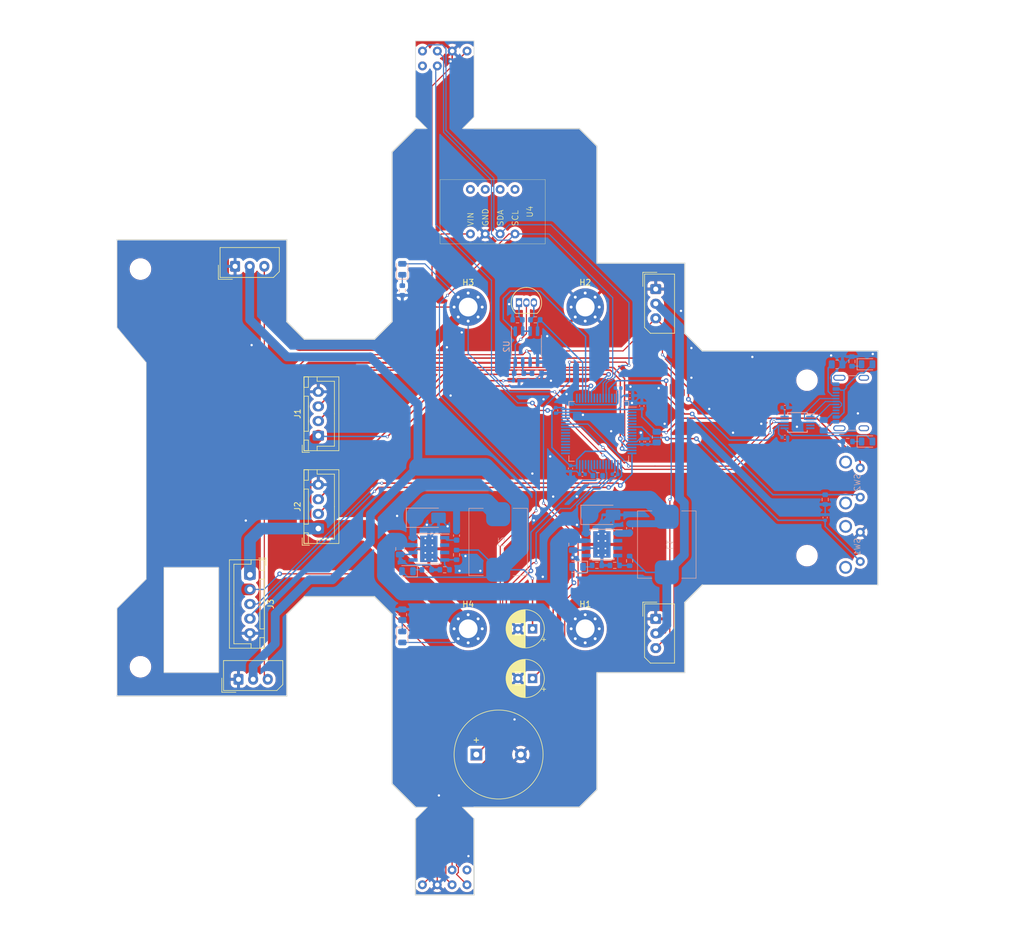
<source format=kicad_pcb>
(kicad_pcb (version 20221018) (generator pcbnew)
  (layers (0 "F.Cu" signal) (31 "B.Cu" signal) (34 "B.Paste" user) (35 "F.Paste" user) (36 "B.SilkS" user "B.Silkscreen") (37 "F.SilkS" user "F.Silkscreen") (38 "B.Mask" user) (39 "F.Mask" user) (44 "Edge.Cuts" user))
  (net 0 "")
  (net 1 "buzzer")
  (net 2 "GND")
  (net 3 "NRST")
  (net 4 "Net-(U1-VCAP_1)")
  (net 5 "+3V3")
  (net 6 "+5V")
  (net 7 "Net-(U1-VDDA)")
  (net 8 "Net-(U6-V3)")
  (net 9 "VDD")
  (net 10 "Net-(U7-BOOT)")
  (net 11 "Net-(D5-K)")
  (net 12 "Net-(U8-BOOT)")
  (net 13 "Net-(D6-K)")
  (net 14 "Net-(D7-A)")
  (net 15 "Net-(D8-A)")
  (net 16 "Net-(D1-K)")
  (net 17 "Net-(D2-K)")
  (net 18 "Net-(D3-K)")
  (net 19 "Net-(D4-K)")
  (net 20 "Net-(D4-A)")
  (net 21 "Net-(D7-K)")
  (net 22 "Net-(D8-K)")
  (net 23 "UART4_TX")
  (net 24 "UART4_RX")
  (net 25 "UART5_TX")
  (net 26 "UART5_RX")
  (net 27 "UART2_TX")
  (net 28 "UART2_RX")
  (net 29 "Net-(J4-CC1)")
  (net 30 "D+")
  (net 31 "D-")
  (net 33 "Net-(J4-CC2)")
  (net 35 "STS_SIG")
  (net 36 "Net-(Q1-E)")
  (net 37 "Net-(Q1-B)")
  (net 38 "UART3_TX")
  (net 39 "BOOT0")
  (net 40 "Net-(U2-B)")
  (net 41 "Net-(U1-PB2)")
  (net 42 "Net-(U7-VSENSE)")
  (net 43 "Net-(U8-VSENSE)")
  (net 54 "XSHUT1")
  (net 55 "XSHUT2")
  (net 60 "I2C2_SCL")
  (net 65 "UART6_TX")
  (net 66 "UART6_RX")
  (net 70 "UART1_TX")
  (net 71 "UART1_RX")
  (net 77 "UART3_RX")
  (net 78 "I2C2_SDA")
  (net 81 "I2C1_SCL")
  (net 82 "I2C1_SDA")
  (net 84 "Battery_obs")
  (net 99 "Net-(D3-A)")
  (footprint "Connector_JST:JST_XH_B4B-XH-A_1x04_P2.50mm_Vertical" (layer "F.Cu") (at 104.394 94.488 90)
    (fp_text reference "J1")
    (fp_text value "Front")
  )
  (footprint "MountingHole:MountingHole_3.2mm_M3_Pad_Via" (layer "F.Cu") (at 130 127.5)
    (fp_text reference "H4")
    (fp_text value "ToMain5V")
  )
  (footprint "Connector_JST:JST_XH_B5B-XH-A_1x05_P2.50mm_Vertical" (layer "F.Cu") (at 92.71 118.27 -90)
    (fp_text reference "J3")
    (fp_text value "toLINE")
  )
  (footprint "Connector_Molex:Molex_SPOX_5267-03A_1x03_P2.50mm_Vertical" (layer "F.Cu") (at 162.052 69.422 -90)
    (fp_text reference "J5" hide)
    (fp_text value "STS3032" hide)
  )
  (footprint "Package_TO_SOT_THT:TO-92_Inline" (layer "F.Cu") (at 138.684 71.734)
    (fp_text reference "Q1" hide)
    (fp_text value "2SA1015" hide)
  )
  (footprint "MountingHole:MountingHole_3.2mm_M3" (layer "F.Cu") (at 74 134)
    (fp_text reference "REF**" hide)
    (fp_text value "MountingHole_3.2mm_M3" hide)
  )
  (footprint "MountingHole:MountingHole_3.2mm_M3" (layer "F.Cu") (at 187.9 115)
    (fp_text reference "REF**" hide)
    (fp_text value "MountingHole_3.2mm_M3" hide)
  )
  (footprint "MountingHole:MountingHole_3.2mm_M3" (layer "F.Cu") (at 187.9 85)
    (fp_text reference "REF**" hide)
    (fp_text value "MountingHole_3.2mm_M3" hide)
  )
  (footprint "Connector_Molex:Molex_SPOX_5267-03A_1x03_P2.50mm_Vertical" (layer "F.Cu") (at 90.17 65.532)
    (fp_text reference "J8" hide)
    (fp_text value "STS3032" hide)
  )
  (footprint "Connector_Molex:Molex_SPOX_5267-03A_1x03_P2.50mm_Vertical" (layer "F.Cu") (at 90.758 136.144)
    (fp_text reference "J7" hide)
    (fp_text value "STS3032" hide)
  )
  (footprint "Capacitor_THT:CP_Radial_D6.3mm_P2.50mm" (layer "F.Cu") (at 141 136 180)
    (fp_text reference "C18" hide)
    (fp_text value "220u" hide)
  )
  (footprint "MountingHole:MountingHole_3.2mm_M3_Pad_Via" (layer "F.Cu") (at 150 72.5)
    (fp_text reference "H2")
    (fp_text value "ToMainGND")
  )
  (footprint "tuton:vl53l0x_vertical" (layer "F.Cu") (at 127.254 171.27)
    (fp_text reference "U5" hide)
    (fp_text value "~")
  )
  (footprint "Connector_Molex:Molex_SPOX_5267-03A_1x03_P2.50mm_Vertical" (layer "F.Cu") (at 162.052 125.81 -90)
    (fp_text reference "J6" hide)
    (fp_text value "STS3032")
  )
  (footprint "MountingHole:MountingHole_3.2mm_M3_Pad_Via" (layer "F.Cu") (at 130 72.5)
    (fp_text reference "H3")
    (fp_text value "ToMain3V3")
  )
  (footprint "tuton:vl53l0x_vertical" (layer "F.Cu") (at 124.73 28.73 180)
    (fp_text reference "U3" hide)
    (fp_text value "~")
  )
  (footprint "Connector_JST:JST_XH_B4B-XH-A_1x04_P2.50mm_Vertical" (layer "F.Cu") (at 104.394 110.363 90)
    (fp_text reference "J2")
    (fp_text value "Top")
  )
  (footprint "Akiduki:BNO055" (layer "F.Cu") (at 134.19 56.19 90)
    (fp_text reference "U4")
    (fp_text value "~")
  )
  (footprint "Capacitor_THT:CP_Radial_D6.3mm_P2.50mm" (layer "F.Cu") (at 141 127.508 180)
    (fp_text reference "C19" hide)
    (fp_text value "220u" hide)
  )
  (footprint "Buzzer_Beeper:Buzzer_15x7.5RM7.6" (layer "F.Cu") (at 131.4 149)
    (fp_text reference "BZ1" hide)
    (fp_text value "Buzzer" hide)
  )
  (footprint "MountingHole:MountingHole_3.2mm_M3" (layer "F.Cu") (at 74 66)
    (fp_text reference "REF**" hide)
    (fp_text value "MountingHole_3.2mm_M3" hide)
  )
  (footprint "MountingHole:MountingHole_3.2mm_M3_Pad_Via" (layer "F.Cu") (at 150 127.5)
    (fp_text reference "H1")
    (fp_text value "ToMainVDD")
  )
  (footprint "LED_SMD:LED_0805_2012Metric" (layer "B.Cu") (at 118.745 128.905 -90)
    (fp_text reference "D2" hide)
    (fp_text value "LED_GREEN" hide)
  )
  (footprint "Capacitor_SMD:C_0402_1005Metric" (layer "B.Cu") (at 184.121 89.688 180)
    (fp_text reference "C12" hide)
    (fp_text value "100n" hide)
  )
  (footprint "Package_SO:TI_SO-PowerPAD-8_ThermalVias" (layer "B.Cu") (at 123.282 113.833 180)
    (fp_text reference "U8" hide)
    (fp_text value "TPS5430DDA" hide)
  )
  (footprint "Capacitor_SMD:C_0402_1005Metric" (layer "B.Cu") (at 159.679 95.496 -90)
    (fp_text reference "C10" hide)
    (fp_text value "100n" hide)
  )
  (footprint "LED_SMD:LED_0805_2012Metric" (layer "B.Cu") (at 148.699 116.916 180)
    (fp_text reference "D7" hide)
    (fp_text value "LED_green" hide)
  )
  (footprint "Capacitor_SMD:C_0603_1608Metric" (layer "B.Cu") (at 128.016 111.569 90)
    (fp_text reference "C17" hide)
    (fp_text value "0.01u" hide)
  )
  (footprint "LED_SMD:LED_0805_2012Metric" (layer "B.Cu") (at 198.149 95.486)
    (fp_text reference "D4" hide)
    (fp_text value "LED_ORANGE" hide)
  )
  (footprint "Resistor_SMD:R_0805_2012Metric" (layer "B.Cu") (at 190.754 92.71 90)
    (fp_text reference "R9" hide)
    (fp_text value "5.1k" hide)
  )
  (footprint "Package_SO:MSOP-10_3x3mm_P0.5mm" (layer "B.Cu") (at 186.268 92.218 180)
    (fp_text reference "U6" hide)
    (fp_text value "CH340E" hide)
  )
  (footprint "Resistor_SMD:R_0603_1608Metric" (layer "B.Cu") (at 122.936 117.411)
    (fp_text reference "R18" hide)
    (fp_text value "470" hide)
  )
  (footprint "Package_SO:TI_SO-PowerPAD-8_ThermalVias" (layer "B.Cu") (at 152.855 113.084 180)
    (fp_text reference "U7" hide)
    (fp_text value "TPS5430DDA" hide)
  )
  (footprint "Resistor_SMD:R_0805_2012Metric" (layer "B.Cu") (at 193.04 82.296 180)
    (fp_text reference "R11" hide)
    (fp_text value "5.1k" hide)
  )
  (footprint "Resistor_SMD:R_0603_1608Metric" (layer "B.Cu") (at 118.745 69.66 90)
    (fp_text reference "R7" hide)
    (fp_text value "470" hide)
  )
  (footprint "Akiduki:THBP07-043Cx" (layer "B.Cu") (at 197 113.5 -90)
    (fp_text reference "SW1")
    (fp_text value "NRST")
  )
  (footprint "Capacitor_SMD:C_0402_1005Metric" (layer "B.Cu") (at 155.107 101.084 180)
    (fp_text reference "C4" hide)
    (fp_text value "100n" hide)
  )
  (footprint "Resistor_SMD:R_0603_1608Metric" (layer "B.Cu") (at 152.001 116.662)
    (fp_text reference "R17" hide)
    (fp_text value "470" hide)
  )
  (footprint "Resistor_SMD:R_0603_1608Metric" (layer "B.Cu") (at 128.016 114.871 -90)
    (fp_text reference "R15" hide)
    (fp_text value "10k" hide)
  )
  (footprint "Resistor_SMD:R_0603_1608Metric" (layer "B.Cu") (at 141.478 74.676)
    (fp_text reference "R1" hide)
    (fp_text value "7.5k" hide)
  )
  (footprint "Resistor_SMD:R_0603_1608Metric" (layer "B.Cu") (at 138.684 83.82)
    (fp_text reference "R4" hide)
    (fp_text value "2.2k" hide)
  )
  (footprint "LCSC:FXL1040-220-M" (layer "B.Cu") (at 135.128 112.661 90)
    (fp_text reference "L2")
    (fp_text value "22u")
  )
  (footprint "Connector_USB:USB_C_Receptacle_GCT_USB4105-xx-A_16P_TopMnt_Horizontal" (layer "B.Cu") (at 196.537 88.9 -90)
    (fp_text reference "J4" hide)
    (fp_text value "USB_C_Receptacle_USB2.0")
  )
  (footprint "Resistor_SMD:R_0603_1608Metric" (layer "B.Cu") (at 138.43 74.676 180)
    (fp_text reference "R3" hide)
    (fp_text value "20k" hide)
  )
  (footprint "Akiduki:THBP07-043Cx" (layer "B.Cu") (at 197 102.5 -90)
    (fp_text reference "SW2")
    (fp_text value "BOOT0")
  )
  (footprint "Package_QFP:LQFP-64_10x10mm_P0.5mm" (layer "B.Cu") (at 152.313 93.754 180)
    (fp_text reference "U1" hide)
    (fp_text value "STM32F446RETx" hide)
  )
  (footprint "Resistor_SMD:R_0603_1608Metric" (layer "B.Cu") (at 155.049 116.662 180)
    (fp_text reference "R14" hide)
    (fp_text value "2.2k" hide)
  )
  (footprint "Capacitor_SMD:C_0402_1005Metric" (layer "B.Cu") (at 160.695 95.496 -90)
    (fp_text reference "C11" hide)
    (fp_text value "1u" hide)
  )
  (footprint "Capacitor_SMD:C_0402_1005Metric" (layer "B.Cu") (at 138.204 85.09)
    (fp_text reference "C9" hide)
    (fp_text value "100n" hide)
  )
  (footprint "Resistor_SMD:R_0603_1608Metric" (layer "B.Cu") (at 152.146 101.346)
    (fp_text reference "R6" hide)
    (fp_text value "10k" hide)
  )
  (footprint "Capacitor_SMD:C_0805_2012Metric" (layer "B.Cu") (at 118.364 113.855 -90)
    (fp_text reference "C15" hide)
    (fp_text value "10u" hide)
  )
  (footprint "LED_SMD:LED_0805_2012Metric" (layer "B.Cu") (at 198.149 82.278)
    (fp_text reference "D3" hide)
    (fp_text value "LED_GREEN" hide)
  )
  (footprint "Package_SO:SOP-8_3.9x4.9mm_P1.27mm" (layer "B.Cu") (at 139.954 79.248 -90)
    (fp_text reference "U2")
    (fp_text value "MAX485ESA")
  )
  (footprint "Resistor_SMD:R_0603_1608Metric" (layer "B.Cu") (at 157.589 115.9 -90)
    (fp_text reference "R13" hide)
    (fp_text value "10k" hide)
  )
  (footprint "Capacitor_SMD:C_0805_2012Metric" (layer "B.Cu") (at 147.937 113.106 -90)
    (fp_text reference "C14" hide)
    (fp_text value "10u" hide)
  )
  (footprint "Resistor_SMD:R_0805_2012Metric" (layer "B.Cu") (at 118.745 125.095 -90)
    (fp_text reference "R8" hide)
    (fp_text value "1k" hide)
  )
  (footprint "LED_SMD:LED_0805_2012Metric" (layer "B.Cu") (at 119.634 117.665 180)
    (fp_text reference "D8" hide)
    (fp_text value "LED_green" hide)
  )
  (footprint "Capacitor_SMD:C_0603_1608Metric" (layer "B.Cu") (at 157.589 110.312 90)
    (fp_text reference "C16" hide)
    (fp_text value "0.01u" hide)
  )
  (footprint "Capacitor_SMD:C_0402_1005Metric" (layer "B.Cu") (at 147.487 100.096 90)
    (fp_text reference "C5" hide)
    (fp_text value "100n" hide)
  )
  (footprint "Resistor_SMD:R_0603_1608Metric" (layer "B.Cu") (at 191.008 105.41 -90)
    (fp_text reference "R2" hide)
    (fp_text value "10k" hide)
  )
  (footprint "Resistor_SMD:R_0603_1608Metric" (layer "B.Cu") (at 194.847 95.486 180)
    (fp_text reference "R12" hide)
    (fp_text value "470" hide)
  )
  (footprint "Capacitor_SMD:C_0402_1005Metric" (layer "B.Cu") (at 184.121 94.768)
    (fp_text reference "C13" hide)
    (fp_text value "100n" hide)
  )
  (footprint "Resistor_SMD:R_0603_1608Metric" (layer "B.Cu") (at 195.58 81.788 90)
    (fp_text reference "R10" hide)
    (fp_text value "470" hide)
  )
  (footprint "Resistor_SMD:R_0603_1608Metric" (layer "B.Cu") (at 125.984 117.411 180)
    (fp_text reference "R16" hide)
    (fp_text value "2.2k" hide)
  )
  (footprint "Capacitor_SMD:C_0402_1005Metric" (layer "B.Cu") (at 144.947 90.162 90)
    (fp_text reference "C6" hide)
    (fp_text value "100n" hide)
  )
  (footprint "Capacitor_SMD:C_0402_1005Metric" (layer "B.Cu") (at 191 108.48 -90)
    (fp_text reference "C1" hide)
    (fp_text value "100n" hide)
  )
  (footprint "Diode_SMD:D_SMA" (layer "B.Cu") (at 122.936 108.521)
    (fp_text reference "D6" hide)
    (fp_text value "SS34")
  )
  (footprint "Resistor_SMD:R_0603_1608Metric" (layer "B.Cu") (at 141.732 83.82 180)
    (fp_text reference "R5" hide)
    (fp_text value "2.2k" hide)
  )
  (footprint "Diode_SMD:D_SMA" (layer "B.Cu") (at 152.763 108.026)
    (fp_text reference "D5" hide)
    (fp_text value "SS34" hide)
  )
  (footprint "Capacitor_SMD:C_0402_1005Metric" (layer "B.Cu") (at 155.615 86.352)
    (fp_text reference "C8" hide)
    (fp_text value "100n" hide)
  )
  (footprint "Capacitor_SMD:C_0402_1005Metric" (layer "B.Cu") (at 149.519 101.084 180)
    (fp_text reference "C2" hide)
    (fp_text value "4.7u" hide)
  )
  (footprint "Capacitor_SMD:C_0402_1005Metric" (layer "B.Cu") (at 159.679 89.4 -90)
    (fp_text reference "C3" hide)
    (fp_text value "100n" hide)
  )
  (footprint "Resistor_SMD:R_0805_2012Metric" (layer "B.Cu") (at 162.219 94.734 -90)
    (fp_text reference "FB1" hide)
    (fp_text value "FerriteBead" hide)
  )
  (footprint "LCSC:FXL1040-220-M" (layer "B.Cu") (at 163.939 113.106 90)
    (fp_text reference "L1")
    (fp_text value "22u")
  )
  (footprint "Capacitor_SMD:C_0402_1005Metric" (layer "B.Cu") (at 157.647 87.622)
    (fp_text reference "C7" hide)
    (fp_text value "4.7u" hide)
  )
  (footprint "LED_SMD:LED_0805_2012Metric" (layer "B.Cu") (at 118.745 66.04 90)
    (fp_text reference "D1" hide)
    (fp_text value "LED_GREEN" hide)
  )
  (gr_line (start 114 78) (end 102 78) (stroke (width 0.2)) (layer "Edge.Cuts"))
  (gr_line (start 167 77) (end 167 65) (stroke (width 0.2)) (layer "Edge.Cuts"))
  (gr_line (start 70 139) (end 99 139) (stroke (width 0.2)) (layer "Edge.Cuts"))
  (gr_line (start 102 78) (end 99 75) (stroke (width 0.2)) (layer "Edge.Cuts"))
  (gr_line (start 167 123) (end 170 120) (stroke (width 0.2)) (layer "Edge.Cuts"))
  (gr_line (start 152 135) (end 167 135) (stroke (width 0.2)) (layer "Edge.Cuts"))
  (gr_line (start 152 65) (end 152 45) (stroke (width 0.2)) (layer "Edge.Cuts"))
  (gr_line (start 121 160) (end 121 173) (stroke (width 0.2)) (layer "Edge.Cuts"))
  (gr_line (start 149 42) (end 131 42) (stroke (width 0.2)) (layer "Edge.Cuts"))
  (gr_line (start 99 125) (end 102 122) (stroke (width 0.2)) (layer "Edge.Cuts"))
  (gr_line (start 200 120) (end 170 120) (stroke (width 0.1)) (layer "Edge.Cuts"))
  (gr_line (start 117 46) (end 117 75) (stroke (width 0.2)) (layer "Edge.Cuts"))
  (gr_line (start 129 158) (end 131 158) (stroke (width 0.1)) (layer "Edge.Cuts"))
  (gr_rect (start 78 117) (end 87.365 135) (stroke (width 0.1)) (fill none) (layer "Edge.Cuts"))
  (gr_line (start 121 40) (end 123 42) (stroke (width 0.1)) (layer "Edge.Cuts"))
  (gr_line (start 121 42) (end 117 46) (stroke (width 0.2)) (layer "Edge.Cuts"))
  (gr_line (start 70 124) (end 75 119) (stroke (width 0.1)) (layer "Edge.Cuts"))
  (gr_line (start 75 82) (end 75 119) (stroke (width 0.1)) (layer "Edge.Cuts"))
  (gr_line (start 200 120) (end 200 80) (stroke (width 0.2)) (layer "Edge.Cuts"))
  (gr_line (start 99 75) (end 99 61) (stroke (width 0.2)) (layer "Edge.Cuts"))
  (gr_line (start 123 158) (end 121 160) (stroke (width 0.1)) (layer "Edge.Cuts"))
  (gr_line (start 121 27) (end 131 27) (stroke (width 0.1)) (layer "Edge.Cuts"))
  (gr_line (start 99 139) (end 99 125) (stroke (width 0.2)) (layer "Edge.Cuts"))
  (gr_line (start 99 61) (end 70 61) (stroke (width 0.2)) (layer "Edge.Cuts"))
  (gr_line (start 102 122) (end 114 122) (stroke (width 0.2)) (layer "Edge.Cuts"))
  (gr_line (start 70 76) (end 75 82) (stroke (width 0.1)) (layer "Edge.Cuts"))
  (gr_line (start 129 42) (end 131 42) (stroke (width 0.1)) (layer "Edge.Cuts"))
  (gr_line (start 121 158) (end 123 158) (stroke (width 0.1)) (layer "Edge.Cuts"))
  (gr_line (start 117 154) (end 121 158) (stroke (width 0.2)) (layer "Edge.Cuts"))
  (gr_line (start 131 27) (end 131 40) (stroke (width 0.1)) (layer "Edge.Cuts"))
  (gr_line (start 123 42) (end 121 42) (stroke (width 0.1)) (layer "Edge.Cuts"))
  (gr_line (start 131 40) (end 129 42) (stroke (width 0.1)) (layer "Edge.Cuts"))
  (gr_line (start 131 173) (end 131 160) (stroke (width 0.2)) (layer "Edge.Cuts"))
  (gr_line (start 131 160) (end 129 158) (stroke (width 0.1)) (layer "Edge.Cuts"))
  (gr_line (start 149 158) (end 152 155) (stroke (width 0.2)) (layer "Edge.Cuts"))
  (gr_line (start 152 45) (end 149 42) (stroke (width 0.2)) (layer "Edge.Cuts"))
  (gr_line (start 152 155) (end 152 135) (stroke (width 0.2)) (layer "Edge.Cuts"))
  (gr_line (start 170 80) (end 167 77) (stroke (width 0.2)) (layer "Edge.Cuts"))
  (gr_line (start 200 80) (end 170 80) (stroke (width 0.2)) (layer "Edge.Cuts"))
  (gr_line (start 121 40) (end 121 27) (stroke (width 0.1)) (layer "Edge.Cuts"))
  (gr_line (start 114 122) (end 117 125) (stroke (width 0.2)) (layer "Edge.Cuts"))
  (gr_line (start 121 173) (end 131 173) (stroke (width 0.2)) (layer "Edge.Cuts"))
  (gr_line (start 70 124) (end 70 139) (stroke (width 0.1)) (layer "Edge.Cuts"))
  (gr_line (start 131 158) (end 149 158) (stroke (width 0.2)) (layer "Edge.Cuts"))
  (gr_line (start 70 61) (end 70 76) (stroke (width 0.1)) (layer "Edge.Cuts"))
  (gr_line (start 167 135) (end 167 123) (stroke (width 0.2)) (layer "Edge.Cuts"))
  (gr_line (start 167 65) (end 152 65) (stroke (width 0.2)) (layer "Edge.Cuts"))
  (gr_line (start 117 75) (end 114 78) (stroke (width 0.2)) (layer "Edge.Cuts"))
  (gr_line (start 117 125) (end 117 154) (stroke (width 0.2)) (layer "Edge.Cuts"))
  (segment (start 136.525 143.875) (end 131.4 149) (width 0.25) (layer "F.Cu") (net 1))
  (segment (start 136.525 121.793) (end 136.525 143.875) (width 0.25) (layer "F.Cu") (net 1))
  (segment (start 140.720299 117.597701) (end 136.525 121.793) (width 0.25) (layer "F.Cu") (net 1))
  (via (at 140.720299 117.597701) (size 0.8) (drill 0.4) (layers "F.Cu" "B.Cu") (net 1))
  (segment (start 151.744004 100.546) (end 152.046 100.847996) (width 0.25) (layer "B.Cu") (net 1))
  (segment (start 152.046 101.844004) (end 151.744004 102.146) (width 0.25) (layer "B.Cu") (net 1))
  (segment (start 151.337236 100.546) (end 151.744004 100.546) (width 0.25) (layer "B.Cu") (net 1))
  (segment (start 149.568 102.146) (end 140.720299 110.993701) (width 0.25) (layer "B.Cu") (net 1))
  (segment (start 151.063 99.429) (end 151.063 100.271764) (width 0.25) (layer "B.Cu") (net 1))
  (segment (start 140.720299 110.993701) (end 140.720299 117.597701) (width 0.25) (layer "B.Cu") (net 1))
  (segment (start 151.063 100.271764) (end 151.337236 100.546) (width 0.25) (layer "B.Cu") (net 1))
  (segment (start 151.744004 102.146) (end 149.568 102.146) (width 0.25) (layer "B.Cu") (net 1))
  (segment (start 152.046 100.847996) (end 152.046 101.844004) (width 0.25) (layer "B.Cu") (net 1))
  (segment (start 123.282 113.833) (end 127.051 117.602) (width 0.25) (layer "F.Cu") (net 2))
  (segment (start 90.17 76.17) (end 93 79) (width 0.2) (layer "F.Cu") (net 2))
  (segment (start 124.714 156.286) (end 124.714 171.27) (width 0.2) (layer "F.Cu") (net 2))
  (segment (start 90.17 65.532) (end 90.17 76.17) (width 0.2) (layer "F.Cu") (net 2))
  (segment (start 137 72) (end 137 71.543) (width 0.2) (layer "F.Cu") (net 2))
  (segment (start 123.282 113.63) (end 117.856 108.204) (width 0.25) (layer "F.Cu") (net 2))
  (segment (start 127.051 117.602) (end 128.524 117.602) (width 0.25) (layer "F.Cu") (net 2))
  (segment (start 137 71.543) (end 137 73) (width 0.2) (layer "F.Cu") (net 2))
  (segment (start 125 156) (end 124.714 156.286) (width 0.2) (layer "F.Cu") (net 2))
  (segment (start 123.282 113.833) (end 123.282 113.63) (width 0.25) (layer "F.Cu") (net 2))
  (segment (start 127.27 30.21) (end 127 30.48) (width 0.25) (layer "F.Cu") (net 2))
  (segment (start 127.27 28.73) (end 127.27 30.21) (width 0.25) (layer "F.Cu") (net 2))
  (via (at 137 72) (size 0.8) (drill 0.4) (layers "F.Cu" "B.Cu") (net 2))
  (via (at 180.086 92.456) (size 0.8) (drill 0.4) (layers "F.Cu" "B.Cu") (net 2))
  (via (at 141.224 108.966) (size 0.8) (drill 0.4) (layers "F.Cu" "B.Cu") (net 2))
  (via (at 132.08 117.602) (size 0.8) (drill 0.4) (layers "F.Cu" "B.Cu") (net 2))
  (via (at 157.734 86.106) (size 0.8) (drill 0.4) (layers "F.Cu" "B.Cu") (net 2))
  (via (at 127 30.48) (size 0.8) (drill 0.4) (layers "F.Cu" "B.Cu") (net 2))
  (via (at 168.148 79.502) (size 0.8) (drill 0.4) (layers "F.Cu" "B.Cu") (net 2))
  (via (at 166.37 73.152) (size 0.8) (drill 0.4) (layers "F.Cu" "B.Cu") (net 2))
  (via (at 127 87.63) (size 0.8) (drill 0.4) (layers "F.Cu" "B.Cu") (net 2))
  (via (at 140.97 100.965) (size 0.8) (drill 0.4) (layers "F.Cu" "B.Cu") (net 2))
  (via (at 196.596 90.678) (size 0.8) (drill 0.4) (layers "F.Cu" "B.Cu") (net 2))
  (via (at 142.748 118.618) (size 0.8) (drill 0.4) (layers "F.Cu" "B.Cu") (net 2))
  (via (at 162.56 86.36) (size 0.8) (drill 0.4) (layers "F.Cu" "B.Cu") (net 2))
  (via (at 125 156) (size 0.8) (drill 0.4) (layers "F.Cu" "B.Cu") (net 2))
  (via (at 159.512 93.98) (size 0.8) (drill 0.4) (layers "F.Cu" "B.Cu") (net 2))
  (via (at 128.524 117.602) (size 0.8) (drill 0.4) (layers "F.Cu" "B.Cu") (net 2))
  (via (at 199.136 80.518) (size 0.8) (drill 0.4) (layers "F.Cu" "B.Cu") (net 2))
  (via (at 143.51 77.47) (size 0.8) (drill 0.4) (layers "F.Cu" "B.Cu") (net 2))
  (via (at 147.828 115.316) (size 0.8) (drill 0.4) (layers "F.Cu" "B.Cu") (net 2))
  (via (at 137.922 143.002) (size 0.8) (drill 0.4) (layers "F.Cu" "B.Cu") (net 2))
  (via (at 144.526 104.902) (size 0.8) (drill 0.4) (layers "F.Cu" "B.Cu") (net 2))
  (via (at 130.048 166.37) (size 0.8) (drill 0.4) (layers "F.Cu" "B.Cu") (net 2))
  (via (at 128.905 76.835) (size 0.8) (drill 0.4) (layers "F.Cu" "B.Cu") (net 2))
  (via (at 144.145 85.09) (size 0.8) (drill 0.4) (layers "F.Cu" "B.Cu") (net 2))
  (via (at 148.556858 104.868858) (size 0.8) (drill 0.4) (layers "F.Cu" "B.Cu") (net 2))
  (via (at 175.26 93.98) (size 0.8) (drill 0.4) (layers "F.Cu" "B.Cu") (net 2))
  (via (at 157.988 88.9) (size 0.8) (drill 0.4) (layers "F.Cu" "B.Cu") (net 2))
  (via (at 148.59 109.728) (size 0.8) (drill 0.4) (layers "F.Cu" "B.Cu") (net 2))
  (via (at 171.196 89.916) (size 0.8) (drill 0.4) (layers "F.Cu" "B.Cu") (net 2))
  (via (at 168.148 84.582) (size 0.8) (drill 0.4) (layers "F.Cu" "B.Cu") (net 2))
  (via (at 144.018 98.044) (size 0.8) (drill 0.4) (layers "F.Cu" "B.Cu") (net 2))
  (via (at 92 109) (size 0.8) (drill 0.4) (layers "F.Cu" "B.Cu") (net 2))
  (via (at 149.606 90.932) (size 0.8) (drill 0.4) (layers "F.Cu" "B.Cu") (net 2))
  (via (at 186.182 92.964) (size 0.8) (drill 0.4) (layers "F.Cu" "B.Cu") (net 2))
  (via (at 126.492 109.982) (size 0.8) (drill 0.4) (layers "F.Cu" "B.Cu") (net 2))
  (via (at 178.562 81.026) (size 0.8) (drill 0.4) (layers "F.Cu" "B.Cu") (net 2))
  (via (at 154.432 93.726) (size 0.8) (drill 0.4) (layers "F.Cu" "B.Cu") (net 2))
  (via (at 122.936 109.728) (size 0.8) (drill 0.4) (layers "F.Cu" "B.Cu") (net 2))
  (via (at 146.812 87.376) (size 0.8) (drill 0.4) (layers "F.Cu" "B.Cu") (net 2))
  (via (at 163.576 92.456) (size 0.8) (drill 0.4) (layers "F.Cu" "B.Cu") (net 2))
  (via (at 192.024 80.772) (size 0.8) (drill 0.4) (layers "F.Cu" "B.Cu") (net 2))
  (via (at 93 79) (size 0.8) (drill 0.4) (layers "F.Cu" "B.Cu") (net 2))
  (via (at 129.54 115.062) (size 0.8) (drill 0.4) (layers "F.Cu" "B.Cu") (net 2))
  (via (at 117.856 108.204) (size 0.8) (drill 0.4) (layers "F.Cu" "B.Cu") (net 2))
  (via (at 142.875 88.265) (size 0.8) (drill 0.4) (layers "F.Cu" "B.Cu") (net 2))
  (via (at 126.365 79.375) (size 0.8) (drill 0.4) (layers "F.Cu" "B.Cu") (net 2))
  (segment (start 148.320236 89.179) (end 146.812 87.670764) (width 0.25) (layer "B.Cu") (net 2))
  (segment (start 190.754 93.6225) (end 191.1515 94.02) (width 0.2) (layer "B.Cu") (net 2))
  (segment (start 191.008 106.235) (end 191.008 107.992) (width 0.25) (layer "B.Cu") (net 2))
  (segment (start 149.063 101.06) (end 149.039 101.084) (width 0.25) (layer "B.Cu") (net 2))
  (segment (start 155.587 99.453) (end 155.563 99.429) (width 0.25) (layer "B.Cu") (net 2))
  (segment (start 148.59 106.426) (end 148.59 109.728) (width 0.25) (layer "B.Cu") (net 2))
  (segment (start 123.282 113.833) (end 123.282 112.033) (width 0.25) (layer "B.Cu") (net 2))
  (segment (start 122.936 109.728) (end 123.729 109.728) (width 0.25) (layer "B.Cu") (net 2))
  (segment (start 121.217 113.833) (end 120.582 114.468) (width 0.25) (layer "B.Cu") (net 2))
  (segment (start 154.224 116.662) (end 152.826 116.662) (width 0.25) (layer "B.Cu") (net 2))
  (segment (start 152.22 113.719) (end 152.855 113.084) (width 0.25) (layer "B.Cu") (net 2))
  (segment (start 155.563 88.921764) (end 155.305764 89.179) (width 0.25) (layer "B.Cu") (net 2))
  (segment (start 137.605 74.676) (end 137.605 72.605) (width 0.2) (layer "B.Cu") (net 2))
  (segment (start 194.524 94.02) (end 196.596 91.948) (width 0.2) (layer "B.Cu") (net 2))
  (segment (start 156.725 95.083764) (end 156.725 94.699695) (width 0.25) (layer "B.Cu") (net 2))
  (segment (start 148.531 100.576) (end 149.039 101.084) (width 0.25) (layer "B.Cu") (net 2))
  (segment (start 193.9525 82.296) (end 192.057 84.1915) (width 0.25) (layer "B.Cu") (net 2))
  (segment (start 152.971 101.346) (end 152.971 101.821) (width 0.2) (layer "B.Cu") (net 2))
  (segment (start 154.386688 101.719) (end 152.504688 103.601) (width 0.25) (layer "B.Cu") (net 2))
  (segment (start 123.729 109.728) (end 124.936 108.521) (width 0.25) (layer "B.Cu") (net 2))
  (segment (start 149.063 99.429) (end 149.063 101.06) (width 0.25) (layer "B.Cu") (net 2))
  (segment (start 154.96349 101.719) (end 154.386688 101.719) (width 0.25) (layer "B.Cu") (net 2))
  (segment (start 155.751305 93.726) (end 154.432 93.726) (width 0.25) (layer "B.Cu") (net 2))
  (segment (start 125.031 108.521) (end 126.492 109.982) (width 0.25) (layer "B.Cu") (net 2))
  (segment (start 125.333 109.982) (end 126.492 109.982) (width 0.25) (layer "B.Cu") (net 2))
  (segment (start 192.857 92.1) (end 192.2765 92.1) (width 0.2) (layer "B.Cu") (net 2))
  (segment (start 178.562 83.339001) (end 178.562 81.026) (width 0.25) (layer "B.Cu") (net 2))
  (segment (start 141.287 85.09) (end 142.557 83.82) (width 0.25) (layer "B.Cu") (net 2))
  (segment (start 149.178 90.504) (end 149.606 90.932) (width 0.25) (layer "B.Cu") (net 2))
  (segment (start 193.9525 82.296) (end 194.247 82.296) (width 0.25) (layer "B.Cu") (net 2))
  (segment (start 123.282 113.833) (end 121.217 113.833) (width 0.25) (layer "B.Cu") (net 2))
  (segment (start 152.971 101.821) (end 152.068 102.724) (width 0.2) (layer "B.Cu") (net 2))
  (segment (start 147.937 115.207) (end 147.828 115.316) (width 0.25) (layer "B.Cu") (net 2))
  (segment (start 196.596 91.948) (end 196.596 90.678) (width 0.2) (layer "B.Cu") (net 2))
  (segment (start 118.364 114.805) (end 118.364 115.305) (width 0.25) (layer "B.Cu") (net 2))
  (segment (start 146.812 87.670764) (end 146.812 87.376) (width 0.25) (layer "B.Cu") (net 2))
  (segment (start 118.364 114.805) (end 120.245 114.805) (width 0.25) (layer "B.Cu") (net 2))
  (segment (start 124.206 117.411) (end 123.761 117.411) (width 0.25) (layer "B.Cu") (net 2))
  (segment (start 155.587 101.084) (end 155.587 101.09549) (width 0.25) (layer "B.Cu") (net 2))
  (segment (start 147.487 100.576) (end 148.531 100.576) (width 0.25) (layer "B.Cu") (net 2))
  (segment (start 119.645 116.586) (end 123.381 116.586) (width 0.25) (layer "B.Cu") (net 2))
  (segment (start 157.988 95.504) (end 157.145236 95.504) (width 0.25) (layer "B.Cu") (net 2))
  (segment (start 191.008 107.992) (end 191 108) (width 0.25) (layer "B.Cu") (net 2))
  (segment (start 189.3495 92.218) (end 190.754 93.6225) (width 0.2) (layer "B.Cu") (net 2))
  (segment (start 188.468 92.218) (end 189.3495 92.218) (width 0.2) (layer "B.Cu") (net 2))
  (segment (start 159.679 95.016) (end 159.318764 95.016) (width 0.25) (layer "B.Cu") (net 2))
  (segment (start 120.245 114.805) (end 120.582 114.468) (width 0.25) (layer "B.Cu") (net 2))
  (segment (start 159.318764 95.016) (end 158.830764 95.504) (width 0.25) (layer "B.Cu") (net 2))
  (segment (start 151.415 103.601) (end 148.59 106.426) (width 0.25) (layer "B.Cu") (net 2))
  (segment (start 146.55 100.576) (end 144.018 98.044) (width 0.25) (layer "B.Cu") (net 2))
  (segment (start 160.695 95.016) (end 159.679 95.016) (width 0.25) (layer "B.Cu") (net 2))
  (segment (start 193.9525 82.296) (end 192.4285 80.772) (width 0.25) (layer "B.Cu") (net 2))
  (segment (start 192.057 85.474999) (end 192.282001 85.7) (width 0.25) (layer "B.Cu") (net 2))
  (segment (start 186.182 92.964) (end 186.928 92.218) (width 0.25) (layer "B.Cu") (net 2))
  (segment (start 155.563 86.78) (end 155.563 88.079) (width 0.25) (layer "B.Cu") (net 2))
  (segment (start 138.684 85.09) (end 141.287 85.09) (width 0.25) (layer "B.Cu") (net 2))
  (segment (start 192.057 84.1915) (end 192.057 85.474999) (width 0.25) (layer "B.Cu") (net 2))
  (segment (start 156.725 94.699695) (end 155.751305 93.726) (width 0.25) (layer "B.Cu") (net 2))
  (segment (start 194.247 82.296) (end 195.58 80.963) (width 0.25) (layer "B.Cu") (net 2))
  (segment (start 118.364 115.305) (end 119.645 116.586) (width 0.25) (layer "B.Cu") (net 2))
  (segment (start 123.282 112.033) (end 125.333 109.982) (width 0.25) (layer "B.Cu") (net 2))
  (segment (start 146.638 90.504) (end 149.178 90.504) (width 0.25) (layer "B.Cu") (net 2))
  (segment (start 158.830764 95.504) (end 157.988 95.504) (width 0.25) (layer "B.Cu") (net 2))
  (segment (start 147.937 114.056) (end 149.818 114.056) (width 0.25) (layer "B.Cu") (net 2))
  (segment (start 144.947 90.642) (end 145.085 90.504) (width 0.25) (layer "B.Cu") (net 2))
  (segment (start 145.085 90.504) (end 146.638 90.504) (width 0.25) (layer "B.Cu") (net 2))
  (segment (start 125.159 117.411) (end 124.206 117.411) (width 0.25) (layer "B.Cu") (net 2))
  (segment (start 155.587 101.09549) (end 154.96349 101.719) (width 0.25) (layer "B.Cu") (net 2))
  (segment (start 147.487 100.576) (end 146.55 100.576) (width 0.25) (layer "B.Cu") (net 2))
  (segment (start 155.305764 89.179) (end 148.320236 89.179) (width 0.25) (layer "B.Cu") (net 2))
  (segment (start 150.701716 102.724) (end 148.556858 104.868858) (width 0.2) (layer "B.Cu") (net 2))
  (segment (start 157.145236 95.504) (end 156.725 95.083764) (width 0.25) (layer "B.Cu") (net 2))
  (segment (start 137.605 72.605) (end 137 72) (width 0.2) (layer "B.Cu") (net 2))
  (segment (start 147.937 114.056) (end 147.937 115.207) (width 0.25) (layer "B.Cu") (net 2))
  (segment (start 152.855 109.934) (end 152.855 113.084) (width 1.2) (layer "B.Cu") (net 2))
  (segment (start 155.135 86.352) (end 155.563 86.78) (width 0.25) (layer "B.Cu") (net 2))
  (segment (start 192.4285 80.772) (end 192.024 80.772) (width 0.25) (layer "B.Cu") (net 2))
  (segment (start 186.928 92.218) (end 188.468 92.218) (width 0.25) (layer "B.Cu") (net 2))
  (segment (start 149.818 114.056) (end 150.155 113.719) (width 0.25) (layer "B.Cu") (net 2))
  (segment (start 191.1515 94.02) (end 194.524 94.02) (width 0.2) (layer "B.Cu") (net 2))
  (segment (start 155.563 88.079) (end 155.563 88.921764) (width 0.25) (layer "B.Cu") (net 2))
  (segment (start 124.936 108.521) (end 125.031 108.521) (width 0.25) (layer "B.Cu") (net 2))
  (segment (start 184.601 89.378001) (end 178.562 83.339001) (width 0.25) (layer "B.Cu") (net 2))
  (segment (start 192.2765 92.1) (end 190.754 93.6225) (width 0.2) (layer "B.Cu") (net 2))
  (segment (start 152.504688 103.601) (end 151.415 103.601) (width 0.25) (layer "B.Cu") (net 2))
  (segment (start 155.587 101.084) (end 155.587 99.453) (width 0.25) (layer "B.Cu") (net 2))
  (segment (start 154.763 108.026) (end 152.855 109.934) (width 1.2) (layer "B.Cu") (net 2))
  (segment (start 150.155 113.719) (end 152.22 113.719) (width 0.25) (layer "B.Cu") (net 2))
  (segment (start 123.381 116.586) (end 124.206 117.411) (width 0.25) (layer "B.Cu") (net 2))
  (segment (start 192.282001 85.7) (end 192.857 85.7) (width 0.25) (layer "B.Cu") (net 2))
  (segment (start 152.068 102.724) (end 150.701716 102.724) (width 0.2) (layer "B.Cu") (net 2))
  (segment (start 184.601 89.688) (end 184.601 89.378001) (width 0.25) (layer "B.Cu") (net 2))
  (segment (start 164 95) (end 169 95) (width 0.25) (layer "F.Cu") (net 3))
  (via (at 164 95) (size 0.8) (drill 0.4) (layers "F.Cu" "B.Cu") (net 3))
  (via (at 169 95) (size 0.8) (drill 0.4) (layers "F.Cu" "B.Cu") (net 3))
  (segment (start 161.45949 94.809) (end 163.809 94.809) (width 0.25) (layer "B.Cu") (net 3))
  (segment (start 169 95) (end 182.96 108.96) (width 0.25) (layer "B.Cu") (net 3))
  (segment (start 163.809 94.809) (end 164 95) (width 0.25) (layer "B.Cu") (net 3))
  (segment (start 157.988 93.004) (end 159.65449 93.004) (width 0.25) (layer "B.Cu") (net 3))
  (segment (start 191 108.96) (end 191 110) (width 0.25) (layer "B.Cu") (net 3))
  (segment (start 191 110) (end 197 116) (width 0.25) (layer "B.Cu") (net 3))
  (segment (start 159.65449 93.004) (end 161.45949 94.809) (width 0.25) (layer "B.Cu") (net 3))
  (segment (start 182.96 108.96) (end 191 108.96) (width 0.25) (layer "B.Cu") (net 3))
  (segment (start 149.999 101.084) (end 149.563 100.648) (width 0.25) (layer "B.Cu") (net 4))
  (segment (start 149.563 100.648) (end 149.563 99.429) (width 0.25) (layer "B.Cu") (net 4))
  (segment (start 98 75.775) (end 101.225001 79.000001) (width 2) (layer "F.Cu") (net 5))
  (segment (start 123.499999 79.000001) (end 130 72.5) (width 2) (layer "F.Cu") (net 5))
  (segment (start 88.12 63.645) (end 89.325 62.44) (width 2) (layer "F.Cu") (net 5))
  (segment (start 197 98.92237) (end 197 100) (width 0.25) (layer "F.Cu") (net 5))
  (segment (start 140.97 88.9) (end 142.24 90.17) (width 0.2) (layer "F.Cu") (net 5))
  (segment (start 125.42 60) (end 123.825 61.595) (width 0.2) (layer "F.Cu") (net 5))
  (segment (start 124 169.444) (end 124 155.21595) (width 0.2) (layer "F.Cu") (net 5))
  (segment (start 123.825 34.715) (end 123.825 71.755) (width 0.2) (layer "F.Cu") (net 5))
  (segment (start 89.985 120.77) (end 89.535 120.32) (width 2) (layer "F.Cu") (net 5))
  (segment (start 124.57 72.5) (end 130 72.5) (width 0.2) (layer "F.Cu") (net 5))
  (segment (start 101.225001 79.000001) (end 123.499999 79.000001) (width 2) (layer "F.Cu") (net 5))
  (segment (start 123.506 154.72195) (end 123.506 131.364578) (width 0.2) (layer "F.Cu") (net 5))
  (segment (start 92.71 120.77) (end 89.985 120.77) (width 2) (layer "F.Cu") (net 5))
  (segment (start 189.57763 91.5) (end 197 98.92237) (width 0.25) (layer "F.Cu") (net 5))
  (segment (start 89.535 120.32) (end 89.535 108.585) (width 2) (layer "F.Cu") (net 5))
  (segment (start 89.325 62.44) (end 96.095 62.44) (width 2) (layer "F.Cu") (net 5))
  (segment (start 123.825 61.595) (end 123.825 71.755) (width 0.2) (layer "F.Cu") (net 5))
  (segment (start 98 64.345) (end 98 75.775) (width 2) (layer "F.Cu") (net 5))
  (segment (start 124 155.21595) (end 123.506 154.72195) (width 0.2) (layer "F.Cu") (net 5))
  (segment (start 110.251422 118.11) (end 97.79 118.11) (width 0.2) (layer "F.Cu") (net 5))
  (segment (start 96.095 62.44) (end 98 64.345) (width 2) (layer "F.Cu") (net 5))
  (segment (start 166.31 91.5) (end 189.57763 91.5) (width 0.25) (layer "F.Cu") (net 5))
  (segment (start 142.24 90.17) (end 143.5745 90.17) (width 0.2) (layer "F.Cu") (net 5))
  (segment (start 130.38 60) (end 125.42 60) (width 0.2) (layer "F.Cu") (net 5))
  (segment (start 88.12 107.17) (end 88.12 63.645) (width 2) (layer "F.Cu") (net 5))
  (segment (start 122.174 171.27) (end 124 169.444) (width 0.2) (layer "F.Cu") (net 5))
  (segment (start 123.825 71.755) (end 124.57 72.5) (width 0.2) (layer "F.Cu") (net 5))
  (segment (start 163.83 93.98) (end 166.31 91.5) (width 0.25) (layer "F.Cu") (net 5))
  (segment (start 129.81 28.73) (end 123.825 34.715) (width 0.2) (layer "F.Cu") (net 5))
  (segment (start 123.506 131.364578) (end 110.251422 118.11) (width 0.2) (layer "F.Cu") (net 5))
  (segment (start 89.535 108.585) (end 88.12 107.17) (width 2) (layer "F.Cu") (net 5))
  (via (at 140.97 88.9) (size 0.8) (drill 0.4) (layers "F.Cu" "B.Cu") (net 5))
  (via (at 163.83 93.98) (size 0.5) (drill 0.3) (layers "F.Cu" "B.Cu") (net 5))
  (via (at 97.79 118.11) (size 0.8) (drill 0.4) (layers "F.Cu" "B.Cu") (net 5))
  (via (at 143.5745 90.17) (size 0.8) (drill 0.4) (layers "F.Cu" "B.Cu") (net 5))
  (segment (start 159.679 89.88) (end 159.679 91.2815) (width 0.25) (layer "B.Cu") (net 5))
  (segment (start 155.063 100.648) (end 155.063 99.429) (width 0.25) (layer "B.Cu") (net 5))
  (segment (start 159.555 90.004) (end 159.679 89.88) (width 0.25) (layer "B.Cu") (net 5))
  (segment (start 157.988 90.004) (end 154.305 90.004) (width 0.25) (layer "B.Cu") (net 5))
  (segment (start 154.627 101.084) (end 155.063 100.648) (width 0.25) (layer "B.Cu") (net 5))
  (segment (start 163.6715 93.8215) (end 163.83 93.98) (width 0.25) (layer "B.Cu") (net 5))
  (segment (start 97.79 118.11) (end 95.13 120.77) (width 0.2) (layer "B.Cu") (net 5))
  (segment (start 144.459 90.17) (end 144.947 89.682) (width 0.2) (layer "B.Cu") (net 5))
  (segment (start 157.167 87.622) (end 156.52 87.622) (width 0.25) (layer "B.Cu") (net 5))
  (segment (start 130 72.5) (end 130 80.433504) (width 0.2) (layer "B.Cu") (net 5))
  (segment (start 143.5745 90.17) (end 144.459 90.17) (width 0.2) (layer "B.Cu") (net 5))
  (segment (start 148.376 99.616) (end 148.563 99.429) (width 0.25) (layer "B.Cu") (net 5))
  (segment (start 149.994236 97.155) (end 148.563 98.586236) (width 0.25) (layer "B.Cu") (net 5))
  (segment (start 118.745 65.1025) (end 122.6025 65.1025) (width 0.2) (layer "B.Cu") (net 5))
  (segment (start 157.988 90.004) (end 159.555 90.004) (width 0.25) (layer "B.Cu") (net 5))
  (segment (start 147.407236 99.616) (end 147.487 99.616) (width 0.25) (layer "B.Cu") (net 5))
  (segment (start 153.631764 97.155) (end 149.994236 97.155) (width 0.25) (layer "B.Cu") (net 5))
  (segment (start 138.466496 88.9) (end 140.97 88.9) (width 0.2) (layer "B.Cu") (net 5))
  (segment (start 144.312 90.30551) (end 144.312 96.520764) (width 0.25) (layer "B.Cu") (net 5))
  (segment (start 156.52 87.622) (end 156.063 88.079) (width 0.25) (layer "B.Cu") (net 5))
  (segment (start 146.638 90.004) (end 154.305 90.004) (width 0.25) (layer "B.Cu") (net 5))
  (segment (start 144.312 96.520764) (end 147.407236 99.616) (width 0.25) (layer "B.Cu") (net 5))
  (segment (start 144.947 89.682) (end 144.93551 89.682) (width 0.25) (layer "B.Cu") (net 5))
  (segment (start 155.063 99.429) (end 155.063 98.586236) (width 0.25) (layer "B.Cu") (net 5))
  (segment (start 144.93551 89.682) (end 144.312 90.30551) (width 0.25) (layer "B.Cu") (net 5))
  (segment (start 155.614 90.004) (end 156.063 89.555) (width 0.25) (layer "B.Cu") (net 5))
  (segment (start 130 80.433504) (end 138.466496 88.9) (width 0.2) (layer "B.Cu") (net 5))
  (segment (start 156.095 88.047) (end 156.063 88.079) (width 0.25) (layer "B.Cu") (net 5))
  (segment (start 154.305 90.004) (end 155.614 90.004) (width 0.25) (layer "B.Cu") (net 5))
  (segment (start 146.316 89.682) (end 146.638 90.004) (width 0.25) (layer "B.Cu") (net 5))
  (segment (start 159.679 91.2815) (end 162.219 93.8215) (width 0.25) (layer "B.Cu") (net 5))
  (segment (start 148.563 98.586236) (end 148.563 99.429) (width 0.25) (layer "B.Cu") (net 5))
  (segment (start 156.095 86.352) (end 156.095 88.047) (width 0.25) (layer "B.Cu") (net 5))
  (segment (start 144.947 89.682) (end 146.316 89.682) (width 0.25) (layer "B.Cu") (net 5))
  (segment (start 95.13 120.77) (end 92.71 120.77) (width 0.2) (layer "B.Cu") (net 5))
  (segment (start 122.6025 65.1025) (end 130 72.5) (width 0.2) (layer "B.Cu") (net 5))
  (segment (start 162.219 93.8215) (end 163.6715 93.8215) (width 0.25) (layer "B.Cu") (net 5))
  (segment (start 156.063 89.555) (end 156.063 88.079) (width 0.25) (layer "B.Cu") (net 5))
  (segment (start 155.063 98.586236) (end 153.631764 97.155) (width 0.25) (layer "B.Cu") (net 5))
  (segment (start 147.487 99.616) (end 148.376 99.616) (width 0.25) (layer "B.Cu") (net 5))
  (segment (start 103.251 95.631) (end 104.394 94.488) (width 2) (layer "F.Cu") (net 6))
  (segment (start 139.954 77.046) (end 139 78) (width 0.2) (layer "F.Cu") (net 6))
  (segment (start 167.64 86.36) (end 162.5 81.22) (width 0.25) (layer "F.Cu") (net 6))
  (segment (start 139.954 71.734) (end 139.954 77.046) (width 0.2) (layer "F.Cu") (net 6))
  (segment (start 104.394 110.363) (end 103.419 110.363) (width 2) (layer "F.Cu") (net 6))
  (segment (start 100.33 83.279618) (end 100.33 92.71) (width 0.25) (layer "F.Cu") (net 6))
  (segment (start 130 127.5) (end 112.913 110.413) (width 3) (layer "F.Cu") (net 6))
  (segment (start 112.913 110.413) (end 104.444 110.413) (width 3) (layer "F.Cu") (net 6))
  (segment (start 116.205 94.672683) (end 116.205 94.659351) (width 0.25) (layer "F.Cu") (net 6))
  (segment (start 167.64 88.265) (end 167.64 86.36) (width 0.25) (layer "F.Cu") (net 6))
  (segment (start 102.219 109.163) (end 102.219 96.663) (width 2) (layer "F.Cu") (net 6))
  (segment (start 125.774351 85.09) (end 136 85.09) (width 0.25) (layer "F.Cu") (net 6))
  (segment (start 100.33 92.71) (end 103.251 95.631) (width 0.25) (layer "F.Cu") (net 6))
  (segment (start 162.5 81.22) (end 102.389618 81.22) (width 0.25) (layer "F.Cu") (net 6))
  (segment (start 102.219 96.663) (end 103.251 95.631) (width 2) (layer "F.Cu") (net 6))
  (segment (start 103.419 110.363) (end 102.219 109.163) (width 2) (layer "F.Cu") (net 6))
  (segment (start 102.389618 81.22) (end 100.33 83.279618) (width 0.25) (layer "F.Cu") (net 6))
  (segment (start 116.205 94.659351) (end 125.774351 85.09) (width 0.25) (layer "F.Cu") (net 6))
  (via (at 139 78) (size 0.5) (drill 0.3) (layers "F.Cu" "B.Cu") (net 6))
  (via (at 116.205 94.672683) (size 0.5) (drill 0.3) (layers "F.Cu" "B.Cu") (net 6))
  (via (at 167.64 88.265) (size 0.8) (drill 0.4) (layers "F.Cu" "B.Cu") (net 6))
  (via (at 136 85.09) (size 0.5) (drill 0.3) (layers "F.Cu" "B.Cu") (net 6))
  (segment (start 137.859 82.063) (end 138.049 81.873) (width 0.25) (layer "B.Cu") (net 6))
  (segment (start 116.147317 94.615) (end 104.521 94.615) (width 0.25) (layer "B.Cu") (net 6))
  (segment (start 181.153173 95.25) (end 174.625 95.25) (width 0.25) (layer "B.Cu") (net 6))
  (segment (start 137.859 83.82) (end 137.859 82.063) (width 0.25) (layer "B.Cu") (net 6))
  (segment (start 137.724 85.09) (end 137.724 83.955) (width 0.25) (layer "B.Cu") (net 6))
  (segment (start 104.521 94.615) (end 104.394 94.488) (width 0.25) (layer "B.Cu") (net 6))
  (segment (start 183.043 94.17) (end 183.641 94.768) (width 0.25) (layer "B.Cu") (net 6))
  (segment (start 94.637 110.363) (end 92.71 112.29) (width 2) (layer "B.Cu") (net 6))
  (segment (start 174.625 95.25) (end 167.64 88.265) (width 0.25) (layer "B.Cu") (net 6))
  (segment (start 183.068 92.718) (end 182.185 93.601) (width 0.25) (layer "B.Cu") (net 6))
  (segment (start 136 85.09) (end 137.724 85.09) (width 0.25) (layer "B.Cu") (net 6))
  (segment (start 137.724 83.955) (end 137.859 83.82) (width 0.25) (layer "B.Cu") (net 6))
  (segment (start 104.394 110.363) (end 94.637 110.363) (width 2) (layer "B.Cu") (net 6))
  (segment (start 182.185 94.218173) (end 181.153173 95.25) (width 0.25) (layer "B.Cu") (net 6))
  (segment (start 118.745 129.8425) (end 127.6575 129.8425) (width 0.2) (layer "B.Cu") (net 6))
  (segment (start 183.043 92.743) (end 183.043 94.17) (width 0.25) (layer "B.Cu") (net 6))
  (segment (start 127.6575 129.8425) (end 130 127.5) (width 0.2) (layer "B.Cu") (net 6))
  (segment (start 184.068 92.718) (end 183.068 92.718) (width 0.25) (layer "B.Cu") (net 6))
  (segment (start 116.205 94.672683) (end 116.147317 94.615) (width 0.25) (layer "B.Cu") (net 6))
  (segment (start 182.185 93.601) (end 182.185 94.218173) (width 0.25) (layer "B.Cu") (net 6))
  (segment (start 183.068 92.718) (end 183.043 92.743) (width 0.25) (layer "B.Cu") (net 6))
  (segment (start 92.71 112.29) (end 92.71 118.27) (width 2) (layer "B.Cu") (net 6))
  (segment (start 139 78) (end 138.049 78.951) (width 0.2) (layer "B.Cu") (net 6))
  (segment (start 138.049 78.951) (end 138.049 81.873) (width 0.2) (layer "B.Cu") (net 6))
  (segment (start 160.695 95.976) (end 159.679 95.976) (width 0.25) (layer "B.Cu") (net 7))
  (segment (start 161.8895 95.976) (end 162.219 95.6465) (width 0.25) (layer "B.Cu") (net 7))
  (segment (start 159.651 96.004) (end 157.988 96.004) (width 0.25) (layer "B.Cu") (net 7))
  (segment (start 159.679 95.976) (end 159.651 96.004) (width 0.25) (layer "B.Cu") (net 7))
  (segment (start 160.695 95.976) (end 161.8895 95.976) (width 0.25) (layer "B.Cu") (net 7))
  (segment (start 184.068 91.218) (end 184.068 90.115) (width 0.25) (layer "B.Cu") (net 8))
  (segment (start 184.068 90.115) (end 183.641 89.688) (width 0.25) (layer "B.Cu") (net 8))
  (segment (start 118.657 113.198) (end 118.364 112.905) (width 0.8) (layer "B.Cu") (net 9))
  (segment (start 145.512 112.991356) (end 146.647356 111.856) (width 3) (layer "B.Cu") (net 9))
  (segment (start 117.074356 112.605) (end 118.107 112.605) (width 3) (layer "B.Cu") (net 9))
  (segment (start 145.512 123.012) (end 145.512 112.991356) (width 3) (layer "B.Cu") (net 9))
  (segment (start 150.155 112.449) (end 148.23 112.449) (width 0.8) (layer "B.Cu") (net 9))
  (segment (start 118.736868 121.161) (end 115.939 118.363132) (width 3) (layer "B.Cu") (net 9))
  (segment (start 148.23 112.449) (end 147.937 112.156) (width 0.8) (layer "B.Cu") (net 9))
  (segment (start 150 127.5) (end 143.661 121.161) (width 3) (layer "B.Cu") (net 9))
  (segment (start 143.661 121.161) (end 118.736868 121.161) (width 3) (layer "B.Cu") (net 9))
  (segment (start 115.939 118.363132) (end 115.939 113.740356) (width 3) (layer "B.Cu") (net 9))
  (segment (start 150 127.5) (end 145.512 123.012) (width 3) (layer "B.Cu") (net 9))
  (segment (start 115.939 113.740356) (end 117.074356 112.605) (width 3) (layer "B.Cu") (net 9))
  (segment (start 146.647356 111.856) (end 147.637 111.856) (width 3) (layer "B.Cu") (net 9))
  (segment (start 120.582 113.198) (end 118.657 113.198) (width 0.8) (layer "B.Cu") (net 9))
  (segment (start 155.555 111.179) (end 157.497 111.179) (width 1.2) (layer "B.Cu") (net 10))
  (segment (start 157.497 111.179) (end 157.589 111.087) (width 1.2) (layer "B.Cu") (net 10))
  (segment (start 150.763 107.126) (end 150.763 108.026) (width 3) (layer "B.Cu") (net 11))
  (segment (start 150.155 108.634) (end 150.763 108.026) (width 1.2) (layer "B.Cu") (net 11))
  (segment (start 152.463 105.426) (end 150.763 107.126) (width 3) (layer "B.Cu") (net 11))
  (segment (start 161.009 105.426) (end 152.463 105.426) (width 3) (layer "B.Cu") (net 11))
  (segment (start 150.155 111.179) (end 150.155 108.634) (width 1.2) (layer "B.Cu") (net 11))
  (segment (start 157.589 109.537) (end 162.758 109.537) (width 1.2) (layer "B.Cu") (net 11))
  (segment (start 163.939 108.356) (end 161.009 105.426) (width 3) (layer "B.Cu") (net 11))
  (segment (start 162.758 109.537) (end 163.939 108.356) (width 1.2) (layer "B.Cu") (net 11))
  (segment (start 126.398 112.344) (end 125.982 111.928) (width 0.25) (layer "B.Cu") (net 12))
  (segment (start 128.016 112.344) (end 126.398 112.344) (width 0.25) (layer "B.Cu") (net 12))
  (segment (start 135.128 107.911) (end 133.138 105.921) (width 3) (layer "B.Cu") (net 13))
  (segment (start 120.582 111.928) (end 120.582 108.875) (width 1.2) (layer "B.Cu") (net 13))
  (segment (start 133.138 105.921) (end 128.016 105.921) (width 3) (layer "B.Cu") (net 13))
  (segment (start 128.016 110.794) (end 128.016 105.921) (width 1.2) (layer "B.Cu") (net 13))
  (segment (start 120.936 108.106356) (end 120.936 108.521) (width 3) (layer "B.Cu") (net 13))
  (segment (start 120.582 108.875) (end 120.936 108.521) (width 1.2) (layer "B.Cu") (net 13))
  (segment (start 123.121356 105.921) (end 120.936 108.106356) (width 3) (layer "B.Cu") (net 13))
  (segment (start 128.016 105.921) (end 123.121356 105.921) (width 3) (layer "B.Cu") (net 13))
  (segment (start 144.526 123.19) (end 148.082 119.634) (width 0.25) (layer "F.Cu") (net 14))
  (segment (start 144.526 132.474) (end 144.526 123.19) (width 0.25) (layer "F.Cu") (net 14))
  (segment (start 141 136) (end 144.526 132.474) (width 0.25) (layer "F.Cu") (net 14))
  (via (at 148.082 119.634) (size 0.8) (drill 0.4) (layers "F.Cu" "B.Cu") (net 14))
  (segment (start 148.082 119.634) (end 147.7615 119.3135) (width 0.25) (layer "B.Cu") (net 14))
  (segment (start 147.7615 116.916) (end 148.7865 117.941) (width 0.25) (layer "B.Cu") (net 14))
  (segment (start 148.7865 117.941) (end 150.122588 117.941) (width 0.25) (layer "B.Cu") (net 14))
  (segment (start 150.122588 117.941) (end 150.461588 117.602) (width 0.25) (layer "B.Cu") (net 14))
  (segment (start 150.461588 117.602) (end 160.116 117.602) (width 0.25) (layer "B.Cu") (net 14))
  (segment (start 162.530984 128.31) (end 163.939 126.901984) (width 1.5) (layer "B.Cu") (net 14))
  (segment (start 157.589 115.075) (end 160.37 117.856) (width 0.25) (layer "B.Cu") (net 14))
  (segment (start 162.052 71.922) (end 162.172584 71.922) (width 1.5) (layer "B.Cu") (net 14))
  (segment (start 160.116 117.602) (end 160.37 117.856) (width 0.25) (layer "B.Cu") (net 14))
  (segment (start 162.172584 71.922) (end 166.116 75.865416) (width 1.5) (layer "B.Cu") (net 14))
  (segment (start 166.939 105.979) (end 166.939 114.856) (width 1.5) (layer "B.Cu") (net 14))
  (segment (start 166.116 75.865416) (end 166.116 105.156) (width 1.5) (layer "B.Cu") (net 14))
  (segment (start 147.7615 119.3135) (end 147.7615 116.916) (width 0.25) (layer "B.Cu") (net 14))
  (segment (start 166.939 114.856) (end 163.939 117.856) (width 1.5) (layer "B.Cu") (net 14))
  (segment (start 166.116 105.156) (end 166.939 105.979) (width 1.5) (layer "B.Cu") (net 14))
  (segment (start 163.939 126.901984) (end 163.939 117.856) (width 1.5) (layer "B.Cu") (net 14))
  (segment (start 160.37 117.856) (end 163.939 117.856) (width 0.25) (layer "B.Cu") (net 14))
  (segment (start 162.052 128.31) (end 162.530984 128.31) (width 1.5) (layer "B.Cu") (net 14))
  (segment (start 141 118.902) (end 141 127.508) (width 0.25) (layer "F.Cu") (net 15))
  (segment (start 140.97 118.872) (end 141 118.902) (width 0.25) (layer "F.Cu") (net 15))
  (via (at 140.97 118.872) (size 0.5) (drill 0.3) (layers "F.Cu" "B.Cu") (net 15))
  (segment (start 92.67 74.636) (end 92.67 65.532) (width 1.5) (layer "B.Cu") (net 15))
  (segment (start 93.258 133.818) (end 97.028 130.048) (width 1.5) (layer "B.Cu") (net 15))
  (segment (start 118.6965 117.665) (end 119.7215 118.69) (width 0.25) (layer "B.Cu") (net 15))
  (segment (start 121.412 89.154) (end 113.284 81.026) (width 1.5) (layer "B.Cu") (net 15))
  (segment (start 113.284 112.627) (end 113.284 107.95) (width 1.5) (layer "B.Cu") (net 15))
  (segment (start 139.509 117.411) (end 140.97 118.872) (width 0.25) (layer "B.Cu") (net 15))
  (segment (start 113.284 107.95) (end 121.412 99.822) (width 1.5) (layer "B.Cu") (net 15))
  (segment (start 131.763 114.046) (end 135.128 117.411) (width 0.25) (layer "B.Cu") (net 15))
  (segment (start 99.06 81.026) (end 92.67 74.636) (width 1.5) (layer "B.Cu") (net 15))
  (segment (start 93.258 136.144) (end 93.258 133.818) (width 1.5) (layer "B.Cu") (net 15))
  (segment (start 106.785 119.126) (end 113.284 112.627) (width 1.5) (layer "B.Cu") (net 15))
  (segment (start 138.878 105.750252) (end 138.878 113.661) (width 3) (layer "B.Cu") (net 15))
  (segment (start 113.284 81.026) (end 99.06 81.026) (width 1.5) (layer "B.Cu") (net 15))
  (segment (start 97.028 124.968) (end 102.87 119.126) (width 1.5) (layer "B.Cu") (net 15))
  (segment (start 119.7215 118.69) (end 133.849 118.69) (width 0.25) (layer "B.Cu") (net 15))
  (segment (start 121.412 99.822) (end 132.949748 99.822) (width 3) (layer "B.Cu") (net 15))
  (segment (start 121.412 99.822) (end 121.412 89.154) (width 1.5) (layer "B.Cu") (net 15))
  (segment (start 135.128 117.411) (end 139.509 117.411) (width 0.25) (layer "B.Cu") (net 15))
  (segment (start 138.878 113.661) (end 135.128 117.411) (width 3) (layer "B.Cu") (net 15))
  (segment (start 97.028 130.048) (end 97.028 124.968) (width 1.5) (layer "B.Cu") (net 15))
  (segment (start 128.016 114.046) (end 131.763 114.046) (width 0.25) (layer "B.Cu") (net 15))
  (segment (start 102.87 119.126) (end 106.785 119.126) (width 1.5) (layer "B.Cu") (net 15))
  (segment (start 133.849 118.69) (end 135.128 117.411) (width 0.25) (layer "B.Cu") (net 15))
  (segment (start 132.949748 99.822) (end 138.878 105.750252) (width 3) (layer "B.Cu") (net 15))
  (segment (start 118.745 66.9775) (end 118.745 68.835) (width 0.2) (layer "B.Cu") (net 16))
  (segment (start 118.745 126.0075) (end 118.745 127.9675) (width 0.25) (layer "B.Cu") (net 17))
  (segment (start 195.58 82.613) (end 196.8765 82.613) (width 0.25) (layer "B.Cu") (net 18))
  (segment (start 196.8765 82.613) (end 197.2115 82.278) (width 0.25) (layer "B.Cu") (net 18))
  (segment (start 197.2115 95.486) (end 195.672 95.486) (width 0.25) (layer "B.Cu") (net 19))
  (segment (start 199.0865 95.486) (end 198.0615 94.461) (width 0.25) (layer "B.Cu") (net 20))
  (segment (start 185.311 94.461) (end 184.068 93.218) (width 0.25) (layer "B.Cu") (net 20))
  (segment (start 198.0615 94.461) (end 185.311 94.461) (width 0.25) (layer "B.Cu") (net 20))
  (segment (start 150.922 116.916) (end 151.176 116.662) (width 0.25) (layer "B.Cu") (net 21))
  (segment (start 149.6365 116.916) (end 150.922 116.916) (width 0.25) (layer "B.Cu") (net 21))
  (segment (start 122.111 117.411) (end 120.8255 117.411) (width 0.25) (layer "B.Cu") (net 22))
  (segment (start 120.8255 117.411) (end 120.5715 117.665) (width 0.25) (layer "B.Cu") (net 22))
  (segment (start 154.300305 83.275) (end 156 84.974695) (width 0.25) (layer "F.Cu") (net 23))
  (segment (start 156 84.974695) (end 156 95) (width 0.25) (layer "F.Cu") (net 23))
  (segment (start 113.107 83.275) (end 154.300305 83.275) (width 0.25) (layer "F.Cu") (net 23))
  (segment (start 104.394 91.988) (end 113.107 83.275) (width 0.25) (layer "F.Cu") (net 23))
  (via (at 156 95) (size 0.8) (drill 0.4) (layers "F.Cu" "B.Cu") (net 23))
  (segment (start 157.145236 96.504) (end 157.988 96.504) (width 0.25) (layer "B.Cu") (net 23))
  (segment (start 156 95.358764) (end 157.145236 96.504) (width 0.25) (layer "B.Cu") (net 23))
  (segment (start 156 95) (end 156 95.358764) (width 0.25) (layer "B.Cu") (net 23))
  (segment (start 111.057 82.825) (end 104.394 89.488) (width 0.25) (layer "F.Cu") (net 24))
  (segment (start 156.308319 96.691681) (end 156.308319 95.716986) (width 0.25) (layer "F.Cu") (net 24))
  (segment (start 156.725 95.300305) (end 156.725 84.725) (width 0.25) (layer "F.Cu") (net 24))
  (segment (start 154.825 82.825) (end 111.057 82.825) (width 0.25) (layer "F.Cu") (net 24))
  (segment (start 156.308319 95.716986) (end 156.725 95.300305) (width 0.25) (layer "F.Cu") (net 24))
  (segment (start 156.725 84.725) (end 154.825 82.825) (width 0.25) (layer "F.Cu") (net 24))
  (via (at 156.308319 96.691681) (size 0.8) (drill 0.4) (layers "F.Cu" "B.Cu") (net 24))
  (segment (start 156.308319 96.691681) (end 156.620638 97.004) (width 0.25) (layer "B.Cu") (net 24))
  (segment (start 156.620638 97.004) (end 157.988 97.004) (width 0.25) (layer "B.Cu") (net 24))
  (segment (start 126.257 86) (end 104.394 107.863) (width 0.25) (layer "F.Cu") (net 25))
  (segment (start 150.950096 86) (end 126.257 86) (width 0.25) (layer "F.Cu") (net 25))
  (segment (start 150.975048 85.975048) (end 150.950096 86) (width 0.25) (layer "F.Cu") (net 25))
  (via (at 150.975048 85.975048) (size 0.8) (drill 0.4) (layers "F.Cu" "B.Cu") (net 25))
  (segment (start 150.563 88.079) (end 150.563 86.387096) (width 0.25) (layer "B.Cu") (net 25))
  (segment (start 150.563 86.387096) (end 150.975048 85.975048) (width 0.25) (layer "B.Cu") (net 25))
  (segment (start 154 84) (end 125.757 84) (width 0.25) (layer "F.Cu") (net 26))
  (segment (start 125.757 84) (end 104.394 105.363) (width 0.25) (layer "F.Cu") (net 26))
  (via (at 154 84) (size 0.8) (drill 0.4) (layers "F.Cu" "B.Cu") (net 26))
  (segment (start 153.974695 84) (end 151.063 86.911695) (width 0.25) (layer "B.Cu") (net 26))
  (segment (start 154 84) (end 153.974695 84) (width 0.25) (layer "B.Cu") (net 26))
  (segment (start 151.063 86.911695) (end 151.063 88.079) (width 0.25) (layer "B.Cu") (net 26))
  (segment (start 115.242104 102.6015) (end 155.6015 102.6015) (width 0.25) (layer "F.Cu") (net 27))
  (segment (start 155.6015 102.6015) (end 156 103) (width 0.25) (layer "F.Cu") (net 27))
  (via (at 115.242104 102.6015) (size 0.5) (drill 0.3) (layers "F.Cu" "B.Cu") (net 27))
  (via (at 156 103) (size 0.8) (drill 0.4) (layers "F.Cu" "B.Cu") (net 27))
  (segment (start 114.620682 102.6015) (end 115.242104 102.6015) (width 0.2) (layer "B.Cu") (net 27))
  (segment (start 93.952182 123.27) (end 114.620682 102.6015) (width 0.2) (layer "B.Cu") (net 27))
  (segment (start 156 103) (end 157.988 101.012) (width 0.25) (layer "B.Cu") (net 27))
  (segment (start 157.988 101.012) (end 157.988 97.504) (width 0.25) (layer "B.Cu") (net 27))
  (segment (start 92.71 123.27) (end 93.952182 123.27) (width 0.2) (layer "B.Cu") (net 27))
  (segment (start 154.002107 103.3265) (end 115.1535 103.3265) (width 0.25) (layer "F.Cu") (net 28))
  (segment (start 115.1535 103.3265) (end 114.6735 103.3265) (width 0.25) (layer "F.Cu") (net 28))
  (segment (start 114.6735 103.3265) (end 114 104) (width 0.25) (layer "F.Cu") (net 28))
  (via (at 154.002107 103.3265) (size 0.8) (drill 0.4) (layers "F.Cu" "B.Cu") (net 28))
  (via (at 114 104) (size 0.5) (drill 0.3) (layers "F.Cu" "B.Cu") (net 28))
  (segment (start 114 104) (end 92.71 125.29) (width 0.25) (layer "B.Cu") (net 28))
  (segment (start 154.31599 103.3265) (end 154.002107 103.3265) (width 0.25) (layer "B.Cu") (net 28))
  (segment (start 156.213 101.42949) (end 154.31599 103.3265) (width 0.25) (layer "B.Cu") (net 28))
  (segment (start 92.71 125.29) (end 92.71 125.77) (width 0.25) (layer "B.Cu") (net 28))
  (segment (start 156.213 99.579) (end 156.213 101.42949) (width 0.25) (layer "B.Cu") (net 28))
  (segment (start 156.063 99.429) (end 156.213 99.579) (width 0.25) (layer "B.Cu") (net 28))
  (segment (start 192.1275 82.296) (end 191.516 82.9075) (width 0.25) (layer "B.Cu") (net 29))
  (segment (start 192.214236 87.65) (end 192.857 87.65) (width 0.25) (layer "B.Cu") (net 29))
  (segment (start 191.516 86.951764) (end 192.214236 87.65) (width 0.25) (layer "B.Cu") (net 29))
  (segment (start 191.516 82.9075) (end 191.516 86.951764) (width 0.25) (layer "B.Cu") (net 29))
  (segment (start 193.796949 88.982539) (end 193.796949 89.317461) (width 0.2) (layer "B.Cu") (net 30))
  (segment (start 191.036 88.65) (end 188.468 91.218) (width 0.2) (layer "B.Cu") (net 30))
  (segment (start 193.46441 88.65) (end 193.796949 88.982539) (width 0.2) (layer "B.Cu") (net 30))
  (segment (start 193.796949 89.317461) (end 193.46441 89.65) (width 0.2) (layer "B.Cu") (net 30))
  (segment (start 192.857 88.65) (end 191.036 88.65) (width 0.2) (layer "B.Cu") (net 30))
  (segment (start 192.857 88.65) (end 193.46441 88.65) (width 0.2) (layer "B.Cu") (net 30))
  (segment (start 193.46441 89.65) (end 192.857 89.65) (width 0.2) (layer "B.Cu") (net 30))
  (segment (start 187.468 90.768) (end 187.468 91.668) (width 0.2) (layer "B.Cu") (net 31))
  (segment (start 192.857 89.15) (end 192.855 89.152) (width 0.2) (layer "B.Cu") (net 31))
  (segment (start 192.857 88.15) (end 190.086 88.15) (width 0.2) (layer "B.Cu") (net 31))
  (segment (start 187.468 91.668) (end 187.518 91.718) (width 0.2) (layer "B.Cu") (net 31))
  (segment (start 190.086 88.15) (end 187.468 90.768) (width 0.2) (layer "B.Cu") (net 31))
  (segment (start 189.468 91.456) (end 191.774 89.15) (width 0.2) (layer "B.Cu") (net 31))
  (segment (start 188.468 91.718) (end 189.418 91.718) (width 0.2) (layer "B.Cu") (net 31))
  (segment (start 189.468 91.668) (end 189.468 91.456) (width 0.2) (layer "B.Cu") (net 31))
  (segment (start 189.418 91.718) (end 189.468 91.668) (width 0.2) (layer "B.Cu") (net 31))
  (segment (start 187.518 91.718) (end 188.468 91.718) (width 0.2) (layer "B.Cu") (net 31))
  (segment (start 191.774 89.15) (end 192.857 89.15) (width 0.2) (layer "B.Cu") (net 31))
  (segment (start 191.108592 91.7975) (end 192.256092 90.65) (width 0.25) (layer "B.Cu") (net 33))
  (segment (start 190.754 91.7975) (end 191.108592 91.7975) (width 0.25) (layer "B.Cu") (net 33))
  (segment (start 192.256092 90.65) (end 192.857 90.65) (width 0.25) (layer "B.Cu") (net 33))
  (segment (start 95.17 135.556) (end 95.758 136.144) (width 0.2) (layer "F.Cu") (net 35))
  (segment (start 164.465 105.41) (end 164.465 128.397) (width 0.2) (layer "F.Cu") (net 35))
  (segment (start 156.474 80) (end 140 80) (width 0.2) (layer "F.Cu") (net 35))
  (segment (start 162.052 74.422) (end 156.474 80) (width 0.2) (layer "F.Cu") (net 35))
  (segment (start 163.195 75.565) (end 163.195 80.645) (width 0.2) (layer "F.Cu") (net 35))
  (segment (start 139.355 80.645) (end 140 80) (width 0.2) (layer "F.Cu") (net 35))
  (segment (start 99.06 80.645) (end 139.355 80.645) (width 0.2) (layer "F.Cu") (net 35))
  (segment (start 95.17 65.532) (end 95.17 76.755) (width 0.2) (layer "F.Cu") (net 35))
  (segment (start 95.17 65.532) (end 95.17 135.556) (width 0.2) (layer "F.Cu") (net 35))
  (segment (start 95.17 76.755) (end 99.06 80.645) (width 0.2) (layer "F.Cu") (net 35))
  (segment (start 162.052 74.422) (end 163.195 75.565) (width 0.2) (layer "F.Cu") (net 35))
  (segment (start 164.465 128.397) (end 162.052 130.81) (width 0.2) (layer "F.Cu") (net 35))
  (via (at 163.195 80.645) (size 0.5) (drill 0.3) (layers "F.Cu" "B.Cu") (net 35))
  (via (at 140 80) (size 0.5) (drill 0.3) (layers "F.Cu" "B.Cu") (net 35))
  (via (at 164.465 105.41) (size 0.5) (drill 0.3) (layers "F.Cu" "B.Cu") (net 35))
  (segment (start 164.7 105.175) (end 164.465 105.41) (width 0.2) (layer "B.Cu") (net 35))
  (segment (start 140.589 80.589) (end 140.589 81.873) (width 0.2) (layer "B.Cu") (net 35))
  (segment (start 164.7 82.15) (end 164.7 105.175) (width 0.2) (layer "B.Cu") (net 35))
  (segment (start 163.195 80.645) (end 164.7 82.15) (width 0.2) (layer "B.Cu") (net 35))
  (segment (start 140 80) (end 140.589 80.589) (width 0.2) (layer "B.Cu") (net 35))
  (segment (start 139.319 74.74) (end 139.255 74.676) (width 0.25) (layer "B.Cu") (net 36))
  (segment (start 138.684 74.105) (end 138.684 71.734) (width 0.25) (layer "B.Cu") (net 36))
  (segment (start 139.319 76.623) (end 139.319 74.74) (width 0.25) (layer "B.Cu") (net 36))
  (segment (start 139.319 76.623) (end 140.589 76.623) (width 0.25) (layer "B.Cu") (net 36))
  (segment (start 139.255 74.676) (end 138.684 74.105) (width 0.25) (layer "B.Cu") (net 36))
  (segment (start 141.224 74.105) (end 141.224 71.734) (width 0.25) (layer "B.Cu") (net 37))
  (segment (start 140.653 74.676) (end 141.224 74.105) (width 0.25) (layer "B.Cu") (net 37))
  (segment (start 149.563 88.079) (end 149.563 81.936) (width 0.25) (layer "B.Cu") (net 38))
  (segment (start 149.563 81.936) (end 142.303 74.676) (width 0.25) (layer "B.Cu") (net 38))
  (segment (start 141.859 75.12) (end 142.303 74.676) (width 0.25) (layer "B.Cu") (net 38))
  (segment (start 141.859 76.623) (end 141.859 75.12) (width 0.25) (layer "B.Cu") (net 38))
  (segment (start 163.83 87.63) (end 166.9755 90.7755) (width 0.25) (layer "F.Cu") (net 39))
  (segment (start 163.83 85.09) (end 163.83 87.63) (width 0.25) (layer "F.Cu") (net 39))
  (segment (start 166.9755 90.7755) (end 168.275 90.7755) (width 0.25) (layer "F.Cu") (net 39))
  (via (at 168.275 90.7755) (size 0.8) (drill 0.4) (layers "F.Cu" "B.Cu") (net 39))
  (via (at 163.83 85.09) (size 0.8) (drill 0.4) (layers "F.Cu" "B.Cu") (net 39))
  (segment (start 191.018 104.575) (end 196.575 104.575) (width 0.25) (layer "B.Cu") (net 39))
  (segment (start 168.275 90.7755) (end 182.0845 104.585) (width 0.25) (layer "B.Cu") (net 39))
  (segment (start 191.008 104.585) (end 191.018 104.575) (width 0.25) (layer "B.Cu") (net 39))
  (segment (start 154.063 88.079) (end 154.063 86.45251) (width 0.25) (layer "B.Cu") (net 39))
  (segment (start 182.0845 104.585) (end 191.008 104.585) (width 0.25) (layer "B.Cu") (net 39))
  (segment (start 155.42551 85.09) (end 163.83 85.09) (width 0.25) (layer "B.Cu") (net 39))
  (segment (start 196.575 104.575) (end 197 105) (width 0.25) (layer "B.Cu") (net 39))
  (segment (start 154.063 86.45251) (end 155.42551 85.09) (width 0.25) (layer "B.Cu") (net 39))
  (segment (start 139.319 81.873) (end 139.319 83.63) (width 0.25) (layer "B.Cu") (net 40))
  (segment (start 139.509 83.82) (end 140.907 83.82) (width 0.25) (layer "B.Cu") (net 40))
  (segment (start 139.319 83.63) (end 139.509 83.82) (width 0.25) (layer "B.Cu") (net 40))
  (segment (start 150.563 100.588) (end 150.563 99.429) (width 0.25) (layer "B.Cu") (net 41))
  (segment (start 151.321 101.346) (end 150.563 100.588) (width 0.25) (layer "B.Cu") (net 41))
  (segment (start 155.874 116.662) (end 157.526 116.662) (width 0.25) (layer "B.Cu") (net 42))
  (segment (start 155.555 116.343) (end 155.874 116.662) (width 0.25) (layer "B.Cu") (net 42))
  (segment (start 157.526 116.662) (end 157.589 116.725) (width 0.25) (layer "B.Cu") (net 42))
  (segment (start 155.555 114.989) (end 155.555 116.343) (width 0.25) (layer "B.Cu") (net 42))
  (segment (start 125.982 116.584) (end 126.809 117.411) (width 0.25) (layer "B.Cu") (net 43))
  (segment (start 126.024 115.696) (end 125.982 115.738) (width 0.25) (layer "B.Cu") (net 43))
  (segment (start 125.982 115.738) (end 125.982 116.584) (width 0.25) (layer "B.Cu") (net 43))
  (segment (start 128.016 115.696) (end 126.024 115.696) (width 0.25) (layer "B.Cu") (net 43))
  (segment (start 146.685 88.9) (end 146.685 91.44) (width 0.2) (layer "F.Cu") (net 54))
  (segment (start 144.78 86.995) (end 146.685 88.9) (width 0.2) (layer "F.Cu") (net 54))
  (segment (start 146.685 91.44) (end 153.035 97.79) (width 0.2) (layer "F.Cu") (net 54))
  (via (at 153.035 97.79) (size 0.5) (drill 0.3) (layers "F.Cu" "B.Cu") (net 54))
  (via (at 144.78 86.995) (size 0.5) (drill 0.3) (layers "F.Cu" "B.Cu") (net 54))
  (segment (start 153.23141 97.79) (end 153.035 97.79) (width 0.2) (layer "B.Cu") (net 54))
  (segment (start 133.985 67.945) (end 124.46 58.42) (width 0.2) (layer "B.Cu") (net 54))
  (segment (start 124.46 31.54) (end 124.73 31.27) (width 0.2) (layer "B.Cu") (net 54))
  (segment (start 154.063 99.429) (end 154.063 98.62159) (width 0.2) (layer "B.Cu") (net 54))
  (segment (start 124.46 58.42) (end 124.46 31.54) (width 0.2) (layer "B.Cu") (net 54))
  (segment (start 154.063 98.62159) (end 153.23141 97.79) (width 0.2) (layer "B.Cu") (net 54))
  (segment (start 133.985 83.852818) (end 133.985 67.945) (width 0.2) (layer "B.Cu") (net 54))
  (segment (start 137.127182 86.995) (end 133.985 83.852818) (width 0.2) (layer "B.Cu") (net 54))
  (segment (start 144.78 86.995) (end 137.127182 86.995) (width 0.2) (layer "B.Cu") (net 54))
  (segment (start 141.605 116.205) (end 141.12305 116.205) (width 0.2) (layer "F.Cu") (net 55))
  (segment (start 135.89 140.97) (end 127.254 149.606) (width 0.2) (layer "F.Cu") (net 55))
  (segment (start 141.12305 116.205) (end 135.89 121.43805) (width 0.2) (layer "F.Cu") (net 55))
  (segment (start 127.254 149.606) (end 127.254 168.73) (width 0.2) (layer "F.Cu") (net 55))
  (segment (start 135.89 121.43805) (end 135.89 140.97) (width 0.2) (layer "F.Cu") (net 55))
  (via (at 141.605 116.205) (size 0.5) (drill 0.3) (layers "F.Cu" "B.Cu") (net 55))
  (segment (start 153.563 99.429) (end 153.563 100.750352) (width 0.2) (layer "B.Cu") (net 55))
  (segment (start 141.605 111.125) (end 141.605 116.205) (width 0.2) (layer "B.Cu") (net 55))
  (segment (start 153.563 100.750352) (end 153.671 100.858352) (width 0.2) (layer "B.Cu") (net 55))
  (segment (start 147.48096 106.934) (end 145.796 106.934) (width 0.2) (layer "B.Cu") (net 55))
  (segment (start 151.29096 103.124) (end 147.48096 106.934) (width 0.2) (layer "B.Cu") (net 55))
  (segment (start 153.671 100.858352) (end 153.671 101.833648) (width 0.2) (layer "B.Cu") (net 55))
  (segment (start 145.796 106.934) (end 141.605 111.125) (width 0.2) (layer "B.Cu") (net 55))
  (segment (start 153.671 101.833648) (end 152.380648 103.124) (width 0.2) (layer "B.Cu") (net 55))
  (segment (start 152.380648 103.124) (end 151.29096 103.124) (width 0.2) (layer "B.Cu") (net 55))
  (segment (start 175.345 100.245) (end 181.61 93.98) (width 0.2) (layer "F.Cu") (net 70))
  (segment (start 156.76 100.245) (end 175.345 100.245) (width 0.2) (layer "F.Cu") (net 70))
  (segment (start 153.043875 96.528875) (end 156.76 100.245) (width 0.2) (layer "F.Cu") (net 70))
  (segment (start 153.043875 96.511125) (end 153.043875 96.528875) (width 0.2) (layer "F.Cu") (net 70))
  (via (at 181.61 93.98) (size 0.5) (drill 0.3) (layers "F.Cu" "B.Cu") (net 70))
  (via (at 153.043875 96.511125) (size 0.5) (drill 0.3) (layers "F.Cu" "B.Cu") (net 70))
  (segment (start 184.068 91.718) (end 182.665818 91.718) (width 0.2) (layer "B.Cu") (net 70))
  (segment (start 182.017182 91.525) (end 181.61 91.932182) (width 0.2) (layer "B.Cu") (net 70))
  (segment (start 181.61 91.932182) (end 181.61 93.98) (width 0.2) (layer "B.Cu") (net 70))
  (segment (start 153.043875 96.511125) (end 149.53675 93.004) (width 0.2) (layer "B.Cu") (net 70))
  (segment (start 149.53675 93.004) (end 146.638 93.004) (width 0.2) (layer "B.Cu") (net 70))
  (segment (start 182.472818 91.525) (end 182.017182 91.525) (width 0.2) (layer "B.Cu") (net 70))
  (segment (start 182.665818 91.718) (end 182.472818 91.525) (width 0.2) (layer "B.Cu") (net 70))
  (segment (start 161.925 99.695) (end 174.625 99.695) (width 0.2) (layer "F.Cu") (net 71))
  (segment (start 174.625 99.695) (end 182.245 92.075) (width 0.2) (layer "F.Cu") (net 71))
  (segment (start 157.4135 99.695) (end 161.925 99.695) (width 0.2) (layer "F.Cu") (net 71))
  (via (at 157.4135 99.695) (size 0.5) (drill 0.3) (layers "F.Cu" "B.Cu") (net 71))
  (via (at 182.245 92.075) (size 0.5) (drill 0.3) (layers "F.Cu" "B.Cu") (net 71))
  (segment (start 182.245 92.075) (end 182.388 92.218) (width 0.2) (layer "B.Cu") (net 71))
  (segment (start 182.388 92.218) (end 184.068 92.218) (width 0.2) (layer "B.Cu") (net 71))
  (segment (start 157.48 99.6285) (end 157.4135 99.695) (width 0.2) (layer "B.Cu") (net 71))
  (segment (start 150.44541 92.504) (end 157.48 99.53859) (width 0.2) (layer "B.Cu") (net 71))
  (segment (start 157.48 99.53859) (end 157.48 99.6285) (width 0.2) (layer "B.Cu") (net 71))
  (segment (start 146.638 92.504) (end 150.44541 92.504) (width 0.2) (layer "B.Cu") (net 71))
  (segment (start 150.063 77.548103) (end 150.063 88.079) (width 0.25) (layer "B.Cu") (net 77))
  (segment (start 142.272346 69.757449) (end 150.063 77.548103) (width 0.25) (layer "B.Cu") (net 77))
  (segment (start 138.049 76.623) (end 138.049 77.447999) (width 0.25) (layer "B.Cu") (net 77))
  (segment (start 136 71) (end 137.242551 69.757449) (width 0.25) (layer "B.Cu") (net 77))
  (segment (start 136 74.574) (end 136 71) (width 0.25) (layer "B.Cu") (net 77))
  (segment (start 138.049 76.623) (end 136 74.574) (width 0.25) (layer "B.Cu") (net 77))
  (segment (start 137.242551 69.757449) (end 142.272346 69.757449) (width 0.25) (layer "B.Cu") (net 77))
  (segment (start 140.97 107.95) (end 141.605 107.315) (width 0.2) (layer "F.Cu") (net 81))
  (segment (start 126.192 136.698) (end 135.49 127.4) (width 0.2) (layer "F.Cu") (net 81))
  (segment (start 136.961895 60) (end 138 60) (width 0.2) (layer "F.Cu") (net 81))
  (segment (start 135.49 127.4) (end 135.49 113.43) (width 0.2) (layer "F.Cu") (net 81))
  (segment (start 135.49 113.43) (end 140.97 107.95) (width 0.2) (layer "F.Cu") (net 81))
  (segment (start 126.192 170.208) (end 126.192 136.698) (width 0.2) (layer "F.Cu") (net 81))
  (segment (start 126.476895 70.485) (end 136.961895 60) (width 0.2) (layer "F.Cu") (net 81))
  (segment (start 127.254 171.27) (end 126.192 170.208) (width 0.2) (layer "F.Cu") (net 81))
  (via (at 126.476895 70.485) (size 0.5) (drill 0.3) (layers "F.Cu" "B.Cu") (net 81))
  (via (at 141.605 107.315) (size 0.5) (drill 0.3) (layers "F.Cu" "B.Cu") (net 81))
  (segment (start 153.063 88.079) (end 153.063 85.512735) (width 0.2) (layer "B.Cu") (net 81))
  (segment (start 153.875735 84.7) (end 154.28995 84.7) (width 0.2) (layer "B.Cu") (net 81))
  (segment (start 125.792 42.607) (end 133.985 50.8) (width 0.2) (layer "B.Cu") (net 81))
  (segment (start 154.7 84.28995) (end 154.7 70.88) (width 0.2) (layer "B.Cu") (net 81))
  (segment (start 154.28995 84.7) (end 154.7 84.28995) (width 0.2) (layer "B.Cu") (net 81))
  (segment (start 133.985 60.026895) (end 135.020105 61.062) (width 0.2) (layer "B.Cu") (net 81))
  (segment (start 153.063 85.512735) (end 153.875735 84.7) (width 0.2) (layer "B.Cu") (net 81))
  (segment (start 125.095 87.63) (end 141.605 104.14) (width 0.2) (layer "B.Cu") (net 81))
  (segment (start 136.938 61.062) (end 138 60) (width 0.2) (layer "B.Cu") (net 81))
  (segment (start 125.095 71.866895) (end 125.095 87.63) (width 0.2) (layer "B.Cu") (net 81))
  (segment (start 143.82 60) (end 138 60) (width 0.2) (layer "B.Cu") (net 81))
  (segment (start 133.985 50.8) (end 133.985 60.026895) (width 0.2) (layer "B.Cu") (net 81))
  (segment (start 154.7 70.88) (end 143.82 60) (width 0.2) (layer "B.Cu") (net 81))
  (segment (start 125.792 29.792) (end 125.792 42.607) (width 0.2) (layer "B.Cu") (net 81))
  (segment (start 141.605 104.14) (end 141.605 107.315) (width 0.2) (layer "B.Cu") (net 81))
  (segment (start 124.73 28.73) (end 125.792 29.792) (width 0.2) (layer "B.Cu") (net 81))
  (segment (start 135.020105 61.062) (end 136.938 61.062) (width 0.2) (layer "B.Cu") (net 81))
  (segment (start 126.476895 70.485) (end 125.095 71.866895) (width 0.2) (layer "B.Cu") (net 81))
  (segment (start 128 155) (end 146.5 136.5) (width 0.2) (layer "F.Cu") (net 82))
  (segment (start 148.782 120.458) (end 148.782 111.952) (width 0.2) (layer "F.Cu") (net 82))
  (segment (start 156.914314 81.915) (end 157.48 82.480686) (width 0.2) (layer "F.Cu") (net 82))
  (segment (start 128 167.974105) (end 128 155) (width 0.2) (layer "F.Cu") (net 82))
  (segment (start 147.32 81.915) (end 156.914314 81.915) (width 0.2) (layer "F.Cu") (net 82))
  (segment (start 128.004947 169.480947) (end 128.316 169.169895) (width 0.2) (layer "F.Cu") (net 82))
  (segment (start 148.782 111.952) (end 142.875 106.045) (width 0.2) (layer "F.Cu") (net 82))
  (segment (start 146.5 122.74) (end 148.782 120.458) (width 0.2) (layer "F.Cu") (net 82))
  (segment (start 128.316 169.169895) (end 128.316 168.290105) (width 0.2) (layer "F.Cu") (net 82))
  (segment (start 128.316 168.290105) (end 128 167.974105) (width 0.2) (layer "F.Cu") (net 82))
  (segment (start 129.794 171.27) (end 128.004947 169.480947) (width 0.2) (layer "F.Cu") (net 82))
  (segment (start 146.5 136.5) (end 146.5 122.74) (width 0.2) (layer "F.Cu") (net 82))
  (via (at 142.875 106.045) (size 0.5) (drill 0.3) (layers "F.Cu" "B.Cu") (net 82))
  (via (at 157.48 82.480686) (size 0.5) (drill 0.3) (layers "F.Cu" "B.Cu") (net 82))
  (via (at 147.32 81.915) (size 0.5) (drill 0.3) (layers "F.Cu" "B.Cu") (net 82))
  (segment (start 154.455636 85.1) (end 155.1 84.455635) (width 0.2) (layer "B.Cu") (net 82))
  (segment (start 157.48 71.755) (end 144.145 58.42) (width 0.2) (layer "B.Cu") (net 82))
  (segment (start 122.19 28.73) (end 123.252 27.668) (width 0.2) (layer "B.Cu") (net 82))
  (segment (start 154.041421 85.1) (end 154.455636 85.1) (width 0.2) (layer "B.Cu") (net 82))
  (segment (start 144.145 58.42) (end 137.04 58.42) (width 0.2) (layer "B.Cu") (net 82))
  (segment (start 126.208 28.290105) (end 126.208 42.271) (width 0.2) (layer "B.Cu") (net 82))
  (segment (start 157.48 82.480686) (end 157.48 71.755) (width 0.2) (layer "B.Cu") (net 82))
  (segment (start 142.875 89.677818) (end 147.32 85.232818) (width 0.2) (layer "B.Cu") (net 82))
  (segment (start 134.385 50.448) (end 134.385 58.925) (width 0.2) (layer "B.Cu") (net 82))
  (segment (start 126.208 42.271) (end 134.385 50.448) (width 0.2) (layer "B.Cu") (net 82))
  (segment (start 155.1 83.66) (end 156.279314 82.480686) (width 0.2) (layer "B.Cu") (net 82))
  (segment (start 153.563 85.578421) (end 154.041421 85.1) (width 0.2) (layer "B.Cu") (net 82))
  (segment (start 142.875 106.045) (end 142.875 89.677818) (width 0.2) (layer "B.Cu") (net 82))
  (segment (start 147.32 85.232818) (end 147.32 81.915) (width 0.2) (layer "B.Cu") (net 82))
  (segment (start 125.585895 27.668) (end 126.208 28.290105) (width 0.2) (layer "B.Cu") (net 82))
  (segment (start 153.563 88.079) (end 153.563 85.578421) (width 0.2) (layer "B.Cu") (net 82))
  (segment (start 134.385 58.925) (end 135.46 60) (width 0.2) (layer "B.Cu") (net 82))
  (segment (start 155.1 84.455635) (end 155.1 83.66) (width 0.2) (layer "B.Cu") (net 82))
  (segment (start 156.279314 82.480686) (end 157.48 82.480686) (width 0.2) (layer "B.Cu") (net 82))
  (segment (start 137.04 58.42) (end 135.46 60) (width 0.2) (layer "B.Cu") (net 82))
  (segment (start 123.252 27.668) (end 125.585895 27.668) (width 0.2) (layer "B.Cu") (net 82))
  (segment (start 192.857 91.3) (end 193.431999 91.3) (width 0.25) (layer "B.Cu") (net 99))
  (segment (start 199.0865 82.278) (end 197.6095 83.755) (width 0.25) (layer "B.Cu") (net 99))
  (segment (start 194.632 85.993274) (end 194.632 86.299949) (width 0.25) (layer "B.Cu") (net 99))
  (segment (start 194.221949 90.51005) (end 194.221949 86.71) (width 0.25) (layer "B.Cu") (net 99))
  (segment (start 193.431999 86.5) (end 192.857 86.5) (width 0.25) (layer "B.Cu") (net 99))
  (segment (start 193.431999 91.3) (end 194.221949 90.51005) (width 0.25) (layer "B.Cu") (net 99))
  (segment (start 197.6095 83.755) (end 196.870274 83.755) (width 0.25) (layer "B.Cu") (net 99))
  (segment (start 196.870274 83.755) (end 194.632 85.993274) (width 0.25) (layer "B.Cu") (net 99))
  (segment (start 194.221949 86.71) (end 193.641999 86.71) (width 0.25) (layer "B.Cu") (net 99))
  (segment (start 194.632 86.299949) (end 194.221949 86.71) (width 0.25) (layer "B.Cu") (net 99))
  (segment (start 193.641999 86.71) (end 193.431999 86.5) (width 0.25) (layer "B.Cu") (net 99))
  (zone (net 2) (net_name "GND") (layers "F&B.Cu") (connect_pads (clearance 0.5)) (min_thickness 0.25) (fill yes (thermal_gap 0.5) (thermal_bridge_width 0.5))
    (polygon (pts (xy 50 20) (xy 50 180) (xy 225 180) (xy 225 20)))
  )
)
</source>
